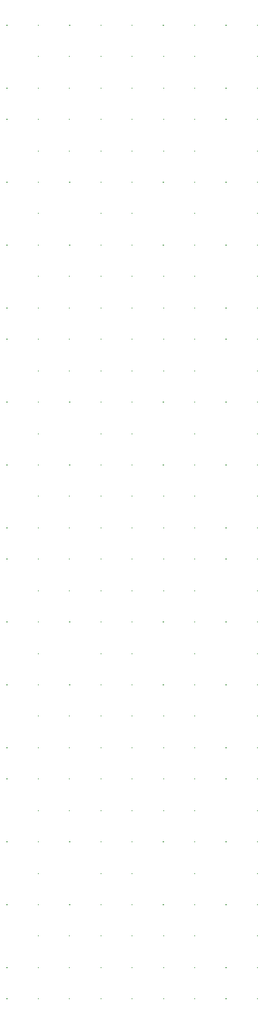
<source format=gbr>
%TF.GenerationSoftware,KiCad,Pcbnew,8.0.1*%
%TF.CreationDate,2024-04-01T01:15:32-04:00*%
%TF.ProjectId,MicrocontrollerInputModule,4d696372-6f63-46f6-9e74-726f6c6c6572,V3.0*%
%TF.SameCoordinates,Original*%
%TF.FileFunction,Legend,Top*%
%TF.FilePolarity,Positive*%
%FSLAX46Y46*%
G04 Gerber Fmt 4.6, Leading zero omitted, Abs format (unit mm)*
G04 Created by KiCad (PCBNEW 8.0.1) date 2024-04-01 01:15:32*
%MOMM*%
%LPD*%
G01*
G04 APERTURE LIST*
%ADD10C,0.100000*%
%ADD11R,0.500000X0.500000*%
G04 APERTURE END LIST*
D10*
%TO.C,N260*%
X27594000Y13213000D02*
G75*
G02*
X27544000Y13213000I-25000J0D01*
G01*
X27544000Y13213000D02*
G75*
G02*
X27594000Y13213000I25000J0D01*
G01*
%TO.C,N203*%
X17325000Y33751000D02*
G75*
G02*
X17275000Y33751000I-25000J0D01*
G01*
X17275000Y33751000D02*
G75*
G02*
X17325000Y33751000I25000J0D01*
G01*
%TO.C,N99*%
X31017000Y74827000D02*
G75*
G02*
X30967000Y74827000I-25000J0D01*
G01*
X30967000Y74827000D02*
G75*
G02*
X31017000Y74827000I25000J0D01*
G01*
%TO.C,N43*%
X24171000Y95365000D02*
G75*
G02*
X24121000Y95365000I-25000J0D01*
G01*
X24121000Y95365000D02*
G75*
G02*
X24171000Y95365000I25000J0D01*
G01*
%TO.C,N255*%
X10479000Y13213000D02*
G75*
G02*
X10429000Y13213000I-25000J0D01*
G01*
X10429000Y13213000D02*
G75*
G02*
X10479000Y13213000I25000J0D01*
G01*
%TO.C,N208*%
X3633000Y30328000D02*
G75*
G02*
X3583000Y30328000I-25000J0D01*
G01*
X3583000Y30328000D02*
G75*
G02*
X3633000Y30328000I25000J0D01*
G01*
%TO.C,N132*%
X20748000Y61135000D02*
G75*
G02*
X20698000Y61135000I-25000J0D01*
G01*
X20698000Y61135000D02*
G75*
G02*
X20748000Y61135000I25000J0D01*
G01*
%TO.C,N112*%
X13902000Y67981000D02*
G75*
G02*
X13852000Y67981000I-25000J0D01*
G01*
X13852000Y67981000D02*
G75*
G02*
X13902000Y67981000I25000J0D01*
G01*
%TO.C,N140*%
X17325000Y57712000D02*
G75*
G02*
X17275000Y57712000I-25000J0D01*
G01*
X17275000Y57712000D02*
G75*
G02*
X17325000Y57712000I25000J0D01*
G01*
%TO.C,N108*%
X31017000Y71404000D02*
G75*
G02*
X30967000Y71404000I-25000J0D01*
G01*
X30967000Y71404000D02*
G75*
G02*
X31017000Y71404000I25000J0D01*
G01*
%TO.C,N149*%
X17325000Y54289000D02*
G75*
G02*
X17275000Y54289000I-25000J0D01*
G01*
X17275000Y54289000D02*
G75*
G02*
X17325000Y54289000I25000J0D01*
G01*
%TO.C,N57*%
X10479000Y88519000D02*
G75*
G02*
X10429000Y88519000I-25000J0D01*
G01*
X10429000Y88519000D02*
G75*
G02*
X10479000Y88519000I25000J0D01*
G01*
%TO.C,N180*%
X31017000Y44020000D02*
G75*
G02*
X30967000Y44020000I-25000J0D01*
G01*
X30967000Y44020000D02*
G75*
G02*
X31017000Y44020000I25000J0D01*
G01*
%TO.C,N156*%
X10479000Y50866000D02*
G75*
G02*
X10429000Y50866000I-25000J0D01*
G01*
X10429000Y50866000D02*
G75*
G02*
X10479000Y50866000I25000J0D01*
G01*
%TO.C,N155*%
X7056000Y50866000D02*
G75*
G02*
X7006000Y50866000I-25000J0D01*
G01*
X7006000Y50866000D02*
G75*
G02*
X7056000Y50866000I25000J0D01*
G01*
%TO.C,N240*%
X20748000Y20059000D02*
G75*
G02*
X20698000Y20059000I-25000J0D01*
G01*
X20698000Y20059000D02*
G75*
G02*
X20748000Y20059000I25000J0D01*
G01*
%TO.C,N122*%
X17325000Y64558000D02*
G75*
G02*
X17275000Y64558000I-25000J0D01*
G01*
X17275000Y64558000D02*
G75*
G02*
X17325000Y64558000I25000J0D01*
G01*
%TO.C,N278*%
X27594000Y6367000D02*
G75*
G02*
X27544000Y6367000I-25000J0D01*
G01*
X27544000Y6367000D02*
G75*
G02*
X27594000Y6367000I25000J0D01*
G01*
%TO.C,N234*%
X31017000Y23482000D02*
G75*
G02*
X30967000Y23482000I-25000J0D01*
G01*
X30967000Y23482000D02*
G75*
G02*
X31017000Y23482000I25000J0D01*
G01*
%TO.C,N280*%
X3633000Y2944000D02*
G75*
G02*
X3583000Y2944000I-25000J0D01*
G01*
X3583000Y2944000D02*
G75*
G02*
X3633000Y2944000I25000J0D01*
G01*
%TO.C,N56*%
X7056000Y88519000D02*
G75*
G02*
X7006000Y88519000I-25000J0D01*
G01*
X7006000Y88519000D02*
G75*
G02*
X7056000Y88519000I25000J0D01*
G01*
%TO.C,N230*%
X17325000Y23482000D02*
G75*
G02*
X17275000Y23482000I-25000J0D01*
G01*
X17275000Y23482000D02*
G75*
G02*
X17325000Y23482000I25000J0D01*
G01*
%TO.C,N215*%
X27594000Y30328000D02*
G75*
G02*
X27544000Y30328000I-25000J0D01*
G01*
X27544000Y30328000D02*
G75*
G02*
X27594000Y30328000I25000J0D01*
G01*
%TO.C,N239*%
X17325000Y20059000D02*
G75*
G02*
X17275000Y20059000I-25000J0D01*
G01*
X17275000Y20059000D02*
G75*
G02*
X17325000Y20059000I25000J0D01*
G01*
%TO.C,N141*%
X20748000Y57712000D02*
G75*
G02*
X20698000Y57712000I-25000J0D01*
G01*
X20698000Y57712000D02*
G75*
G02*
X20748000Y57712000I25000J0D01*
G01*
%TO.C,N111*%
X10479000Y67981000D02*
G75*
G02*
X10429000Y67981000I-25000J0D01*
G01*
X10429000Y67981000D02*
G75*
G02*
X10479000Y67981000I25000J0D01*
G01*
%TO.C,N288*%
X31017000Y2944000D02*
G75*
G02*
X30967000Y2944000I-25000J0D01*
G01*
X30967000Y2944000D02*
G75*
G02*
X31017000Y2944000I25000J0D01*
G01*
%TO.C,N42*%
X20748000Y95365000D02*
G75*
G02*
X20698000Y95365000I-25000J0D01*
G01*
X20698000Y95365000D02*
G75*
G02*
X20748000Y95365000I25000J0D01*
G01*
%TO.C,N146*%
X7056000Y54289000D02*
G75*
G02*
X7006000Y54289000I-25000J0D01*
G01*
X7006000Y54289000D02*
G75*
G02*
X7056000Y54289000I25000J0D01*
G01*
%TO.C,N220*%
X13902000Y26905000D02*
G75*
G02*
X13852000Y26905000I-25000J0D01*
G01*
X13852000Y26905000D02*
G75*
G02*
X13902000Y26905000I25000J0D01*
G01*
%TO.C,N35*%
X27594000Y98788000D02*
G75*
G02*
X27544000Y98788000I-25000J0D01*
G01*
X27544000Y98788000D02*
G75*
G02*
X27594000Y98788000I25000J0D01*
G01*
%TO.C,N204*%
X20748000Y33751000D02*
G75*
G02*
X20698000Y33751000I-25000J0D01*
G01*
X20698000Y33751000D02*
G75*
G02*
X20748000Y33751000I25000J0D01*
G01*
%TO.C,N101*%
X7056000Y71404000D02*
G75*
G02*
X7006000Y71404000I-25000J0D01*
G01*
X7006000Y71404000D02*
G75*
G02*
X7056000Y71404000I25000J0D01*
G01*
%TO.C,N88*%
X24171000Y78250000D02*
G75*
G02*
X24121000Y78250000I-25000J0D01*
G01*
X24121000Y78250000D02*
G75*
G02*
X24171000Y78250000I25000J0D01*
G01*
%TO.C,N283*%
X13902000Y2944000D02*
G75*
G02*
X13852000Y2944000I-25000J0D01*
G01*
X13852000Y2944000D02*
G75*
G02*
X13902000Y2944000I25000J0D01*
G01*
%TO.C,N120*%
X10479000Y64558000D02*
G75*
G02*
X10429000Y64558000I-25000J0D01*
G01*
X10429000Y64558000D02*
G75*
G02*
X10479000Y64558000I25000J0D01*
G01*
%TO.C,N274*%
X13902000Y6367000D02*
G75*
G02*
X13852000Y6367000I-25000J0D01*
G01*
X13852000Y6367000D02*
G75*
G02*
X13902000Y6367000I25000J0D01*
G01*
%TO.C,N282*%
X10479000Y2944000D02*
G75*
G02*
X10429000Y2944000I-25000J0D01*
G01*
X10429000Y2944000D02*
G75*
G02*
X10479000Y2944000I25000J0D01*
G01*
%TO.C,N82*%
X3633000Y78250000D02*
G75*
G02*
X3583000Y78250000I-25000J0D01*
G01*
X3583000Y78250000D02*
G75*
G02*
X3633000Y78250000I25000J0D01*
G01*
%TO.C,N250*%
X24171000Y16636000D02*
G75*
G02*
X24121000Y16636000I-25000J0D01*
G01*
X24121000Y16636000D02*
G75*
G02*
X24171000Y16636000I25000J0D01*
G01*
%TO.C,N160*%
X24171000Y50866000D02*
G75*
G02*
X24121000Y50866000I-25000J0D01*
G01*
X24121000Y50866000D02*
G75*
G02*
X24171000Y50866000I25000J0D01*
G01*
%TO.C,N29*%
X7056000Y98788000D02*
G75*
G02*
X7006000Y98788000I-25000J0D01*
G01*
X7006000Y98788000D02*
G75*
G02*
X7056000Y98788000I25000J0D01*
G01*
%TO.C,N258*%
X20748000Y13213000D02*
G75*
G02*
X20698000Y13213000I-25000J0D01*
G01*
X20698000Y13213000D02*
G75*
G02*
X20748000Y13213000I25000J0D01*
G01*
%TO.C,N72*%
X31017000Y85096000D02*
G75*
G02*
X30967000Y85096000I-25000J0D01*
G01*
X30967000Y85096000D02*
G75*
G02*
X31017000Y85096000I25000J0D01*
G01*
%TO.C,N221*%
X17325000Y26905000D02*
G75*
G02*
X17275000Y26905000I-25000J0D01*
G01*
X17275000Y26905000D02*
G75*
G02*
X17325000Y26905000I25000J0D01*
G01*
%TO.C,N137*%
X7056000Y57712000D02*
G75*
G02*
X7006000Y57712000I-25000J0D01*
G01*
X7006000Y57712000D02*
G75*
G02*
X7056000Y57712000I25000J0D01*
G01*
%TO.C,N157*%
X13902000Y50866000D02*
G75*
G02*
X13852000Y50866000I-25000J0D01*
G01*
X13852000Y50866000D02*
G75*
G02*
X13902000Y50866000I25000J0D01*
G01*
%TO.C,N119*%
X7056000Y64558000D02*
G75*
G02*
X7006000Y64558000I-25000J0D01*
G01*
X7006000Y64558000D02*
G75*
G02*
X7056000Y64558000I25000J0D01*
G01*
%TO.C,N3*%
X10479000Y109057000D02*
G75*
G02*
X10429000Y109057000I-25000J0D01*
G01*
X10429000Y109057000D02*
G75*
G02*
X10479000Y109057000I25000J0D01*
G01*
%TO.C,N224*%
X27594000Y26905000D02*
G75*
G02*
X27544000Y26905000I-25000J0D01*
G01*
X27544000Y26905000D02*
G75*
G02*
X27594000Y26905000I25000J0D01*
G01*
%TO.C,N102*%
X10479000Y71404000D02*
G75*
G02*
X10429000Y71404000I-25000J0D01*
G01*
X10429000Y71404000D02*
G75*
G02*
X10479000Y71404000I25000J0D01*
G01*
%TO.C,N136*%
X3633000Y57712000D02*
G75*
G02*
X3583000Y57712000I-25000J0D01*
G01*
X3583000Y57712000D02*
G75*
G02*
X3633000Y57712000I25000J0D01*
G01*
%TO.C,N209*%
X7056000Y30328000D02*
G75*
G02*
X7006000Y30328000I-25000J0D01*
G01*
X7006000Y30328000D02*
G75*
G02*
X7056000Y30328000I25000J0D01*
G01*
%TO.C,N77*%
X17325000Y81673000D02*
G75*
G02*
X17275000Y81673000I-25000J0D01*
G01*
X17275000Y81673000D02*
G75*
G02*
X17325000Y81673000I25000J0D01*
G01*
%TO.C,N177*%
X20748000Y44020000D02*
G75*
G02*
X20698000Y44020000I-25000J0D01*
G01*
X20698000Y44020000D02*
G75*
G02*
X20748000Y44020000I25000J0D01*
G01*
%TO.C,N248*%
X17325000Y16636000D02*
G75*
G02*
X17275000Y16636000I-25000J0D01*
G01*
X17275000Y16636000D02*
G75*
G02*
X17325000Y16636000I25000J0D01*
G01*
%TO.C,N129*%
X10479000Y61135000D02*
G75*
G02*
X10429000Y61135000I-25000J0D01*
G01*
X10429000Y61135000D02*
G75*
G02*
X10479000Y61135000I25000J0D01*
G01*
%TO.C,N117*%
X31017000Y67981000D02*
G75*
G02*
X30967000Y67981000I-25000J0D01*
G01*
X30967000Y67981000D02*
G75*
G02*
X31017000Y67981000I25000J0D01*
G01*
%TO.C,N5*%
X17325000Y109057000D02*
G75*
G02*
X17275000Y109057000I-25000J0D01*
G01*
X17275000Y109057000D02*
G75*
G02*
X17325000Y109057000I25000J0D01*
G01*
%TO.C,N190*%
X3633000Y37174000D02*
G75*
G02*
X3583000Y37174000I-25000J0D01*
G01*
X3583000Y37174000D02*
G75*
G02*
X3633000Y37174000I25000J0D01*
G01*
%TO.C,N90*%
X31017000Y78250000D02*
G75*
G02*
X30967000Y78250000I-25000J0D01*
G01*
X30967000Y78250000D02*
G75*
G02*
X31017000Y78250000I25000J0D01*
G01*
%TO.C,N235*%
X3633000Y20059000D02*
G75*
G02*
X3583000Y20059000I-25000J0D01*
G01*
X3583000Y20059000D02*
G75*
G02*
X3633000Y20059000I25000J0D01*
G01*
%TO.C,N153*%
X31017000Y54289000D02*
G75*
G02*
X30967000Y54289000I-25000J0D01*
G01*
X30967000Y54289000D02*
G75*
G02*
X31017000Y54289000I25000J0D01*
G01*
%TO.C,N128*%
X7056000Y61135000D02*
G75*
G02*
X7006000Y61135000I-25000J0D01*
G01*
X7006000Y61135000D02*
G75*
G02*
X7056000Y61135000I25000J0D01*
G01*
%TO.C,N139*%
X13902000Y57712000D02*
G75*
G02*
X13852000Y57712000I-25000J0D01*
G01*
X13852000Y57712000D02*
G75*
G02*
X13902000Y57712000I25000J0D01*
G01*
%TO.C,N187*%
X24171000Y40597000D02*
G75*
G02*
X24121000Y40597000I-25000J0D01*
G01*
X24121000Y40597000D02*
G75*
G02*
X24171000Y40597000I25000J0D01*
G01*
%TO.C,N287*%
X27594000Y2944000D02*
G75*
G02*
X27544000Y2944000I-25000J0D01*
G01*
X27544000Y2944000D02*
G75*
G02*
X27594000Y2944000I25000J0D01*
G01*
%TO.C,N100*%
X3633000Y71404000D02*
G75*
G02*
X3583000Y71404000I-25000J0D01*
G01*
X3583000Y71404000D02*
G75*
G02*
X3633000Y71404000I25000J0D01*
G01*
%TO.C,N201*%
X10479000Y33751000D02*
G75*
G02*
X10429000Y33751000I-25000J0D01*
G01*
X10429000Y33751000D02*
G75*
G02*
X10479000Y33751000I25000J0D01*
G01*
%TO.C,N95*%
X17325000Y74827000D02*
G75*
G02*
X17275000Y74827000I-25000J0D01*
G01*
X17275000Y74827000D02*
G75*
G02*
X17325000Y74827000I25000J0D01*
G01*
%TO.C,N267*%
X20748000Y9790000D02*
G75*
G02*
X20698000Y9790000I-25000J0D01*
G01*
X20698000Y9790000D02*
G75*
G02*
X20748000Y9790000I25000J0D01*
G01*
%TO.C,N172*%
X3633000Y44020000D02*
G75*
G02*
X3583000Y44020000I-25000J0D01*
G01*
X3583000Y44020000D02*
G75*
G02*
X3633000Y44020000I25000J0D01*
G01*
%TO.C,N23*%
X17325000Y102211000D02*
G75*
G02*
X17275000Y102211000I-25000J0D01*
G01*
X17275000Y102211000D02*
G75*
G02*
X17325000Y102211000I25000J0D01*
G01*
%TO.C,N81*%
X31017000Y81673000D02*
G75*
G02*
X30967000Y81673000I-25000J0D01*
G01*
X30967000Y81673000D02*
G75*
G02*
X31017000Y81673000I25000J0D01*
G01*
%TO.C,N92*%
X7056000Y74827000D02*
G75*
G02*
X7006000Y74827000I-25000J0D01*
G01*
X7006000Y74827000D02*
G75*
G02*
X7056000Y74827000I25000J0D01*
G01*
%TO.C,N231*%
X20748000Y23482000D02*
G75*
G02*
X20698000Y23482000I-25000J0D01*
G01*
X20698000Y23482000D02*
G75*
G02*
X20748000Y23482000I25000J0D01*
G01*
%TO.C,N50*%
X17325000Y91942000D02*
G75*
G02*
X17275000Y91942000I-25000J0D01*
G01*
X17275000Y91942000D02*
G75*
G02*
X17325000Y91942000I25000J0D01*
G01*
%TO.C,N70*%
X24171000Y85096000D02*
G75*
G02*
X24121000Y85096000I-25000J0D01*
G01*
X24121000Y85096000D02*
G75*
G02*
X24171000Y85096000I25000J0D01*
G01*
%TO.C,N32*%
X17325000Y98788000D02*
G75*
G02*
X17275000Y98788000I-25000J0D01*
G01*
X17275000Y98788000D02*
G75*
G02*
X17325000Y98788000I25000J0D01*
G01*
%TO.C,N103*%
X13902000Y71404000D02*
G75*
G02*
X13852000Y71404000I-25000J0D01*
G01*
X13852000Y71404000D02*
G75*
G02*
X13902000Y71404000I25000J0D01*
G01*
%TO.C,N184*%
X13902000Y40597000D02*
G75*
G02*
X13852000Y40597000I-25000J0D01*
G01*
X13852000Y40597000D02*
G75*
G02*
X13902000Y40597000I25000J0D01*
G01*
%TO.C,N10*%
X3633000Y105634000D02*
G75*
G02*
X3583000Y105634000I-25000J0D01*
G01*
X3583000Y105634000D02*
G75*
G02*
X3633000Y105634000I25000J0D01*
G01*
%TO.C,N83*%
X7056000Y78250000D02*
G75*
G02*
X7006000Y78250000I-25000J0D01*
G01*
X7006000Y78250000D02*
G75*
G02*
X7056000Y78250000I25000J0D01*
G01*
%TO.C,N191*%
X7056000Y37174000D02*
G75*
G02*
X7006000Y37174000I-25000J0D01*
G01*
X7006000Y37174000D02*
G75*
G02*
X7056000Y37174000I25000J0D01*
G01*
%TO.C,N233*%
X27594000Y23482000D02*
G75*
G02*
X27544000Y23482000I-25000J0D01*
G01*
X27544000Y23482000D02*
G75*
G02*
X27594000Y23482000I25000J0D01*
G01*
%TO.C,N85*%
X13902000Y78250000D02*
G75*
G02*
X13852000Y78250000I-25000J0D01*
G01*
X13852000Y78250000D02*
G75*
G02*
X13902000Y78250000I25000J0D01*
G01*
%TO.C,N264*%
X10479000Y9790000D02*
G75*
G02*
X10429000Y9790000I-25000J0D01*
G01*
X10429000Y9790000D02*
G75*
G02*
X10479000Y9790000I25000J0D01*
G01*
%TO.C,N207*%
X31017000Y33751000D02*
G75*
G02*
X30967000Y33751000I-25000J0D01*
G01*
X30967000Y33751000D02*
G75*
G02*
X31017000Y33751000I25000J0D01*
G01*
%TO.C,N54*%
X31017000Y91942000D02*
G75*
G02*
X30967000Y91942000I-25000J0D01*
G01*
X30967000Y91942000D02*
G75*
G02*
X31017000Y91942000I25000J0D01*
G01*
%TO.C,N148*%
X13902000Y54289000D02*
G75*
G02*
X13852000Y54289000I-25000J0D01*
G01*
X13852000Y54289000D02*
G75*
G02*
X13902000Y54289000I25000J0D01*
G01*
%TO.C,N138*%
X10479000Y57712000D02*
G75*
G02*
X10429000Y57712000I-25000J0D01*
G01*
X10429000Y57712000D02*
G75*
G02*
X10479000Y57712000I25000J0D01*
G01*
%TO.C,N229*%
X13902000Y23482000D02*
G75*
G02*
X13852000Y23482000I-25000J0D01*
G01*
X13852000Y23482000D02*
G75*
G02*
X13902000Y23482000I25000J0D01*
G01*
%TO.C,N168*%
X20748000Y47443000D02*
G75*
G02*
X20698000Y47443000I-25000J0D01*
G01*
X20698000Y47443000D02*
G75*
G02*
X20748000Y47443000I25000J0D01*
G01*
%TO.C,N96*%
X20748000Y74827000D02*
G75*
G02*
X20698000Y74827000I-25000J0D01*
G01*
X20698000Y74827000D02*
G75*
G02*
X20748000Y74827000I25000J0D01*
G01*
%TO.C,N227*%
X7056000Y23482000D02*
G75*
G02*
X7006000Y23482000I-25000J0D01*
G01*
X7006000Y23482000D02*
G75*
G02*
X7056000Y23482000I25000J0D01*
G01*
%TO.C,N249*%
X20748000Y16636000D02*
G75*
G02*
X20698000Y16636000I-25000J0D01*
G01*
X20698000Y16636000D02*
G75*
G02*
X20748000Y16636000I25000J0D01*
G01*
%TO.C,N271*%
X3633000Y6367000D02*
G75*
G02*
X3583000Y6367000I-25000J0D01*
G01*
X3583000Y6367000D02*
G75*
G02*
X3633000Y6367000I25000J0D01*
G01*
%TO.C,N86*%
X17325000Y78250000D02*
G75*
G02*
X17275000Y78250000I-25000J0D01*
G01*
X17275000Y78250000D02*
G75*
G02*
X17325000Y78250000I25000J0D01*
G01*
%TO.C,N178*%
X24171000Y44020000D02*
G75*
G02*
X24121000Y44020000I-25000J0D01*
G01*
X24121000Y44020000D02*
G75*
G02*
X24171000Y44020000I25000J0D01*
G01*
%TO.C,N219*%
X10479000Y26905000D02*
G75*
G02*
X10429000Y26905000I-25000J0D01*
G01*
X10429000Y26905000D02*
G75*
G02*
X10479000Y26905000I25000J0D01*
G01*
%TO.C,N41*%
X17325000Y95365000D02*
G75*
G02*
X17275000Y95365000I-25000J0D01*
G01*
X17275000Y95365000D02*
G75*
G02*
X17325000Y95365000I25000J0D01*
G01*
%TO.C,N236*%
X7056000Y20059000D02*
G75*
G02*
X7006000Y20059000I-25000J0D01*
G01*
X7006000Y20059000D02*
G75*
G02*
X7056000Y20059000I25000J0D01*
G01*
%TO.C,N13*%
X13902000Y105634000D02*
G75*
G02*
X13852000Y105634000I-25000J0D01*
G01*
X13852000Y105634000D02*
G75*
G02*
X13902000Y105634000I25000J0D01*
G01*
%TO.C,N167*%
X17325000Y47443000D02*
G75*
G02*
X17275000Y47443000I-25000J0D01*
G01*
X17275000Y47443000D02*
G75*
G02*
X17325000Y47443000I25000J0D01*
G01*
%TO.C,N218*%
X7056000Y26905000D02*
G75*
G02*
X7006000Y26905000I-25000J0D01*
G01*
X7006000Y26905000D02*
G75*
G02*
X7056000Y26905000I25000J0D01*
G01*
%TO.C,N169*%
X24171000Y47443000D02*
G75*
G02*
X24121000Y47443000I-25000J0D01*
G01*
X24121000Y47443000D02*
G75*
G02*
X24171000Y47443000I25000J0D01*
G01*
%TO.C,N246*%
X10479000Y16636000D02*
G75*
G02*
X10429000Y16636000I-25000J0D01*
G01*
X10429000Y16636000D02*
G75*
G02*
X10479000Y16636000I25000J0D01*
G01*
%TO.C,N171*%
X31017000Y47443000D02*
G75*
G02*
X30967000Y47443000I-25000J0D01*
G01*
X30967000Y47443000D02*
G75*
G02*
X31017000Y47443000I25000J0D01*
G01*
%TO.C,N6*%
X20748000Y109057000D02*
G75*
G02*
X20698000Y109057000I-25000J0D01*
G01*
X20698000Y109057000D02*
G75*
G02*
X20748000Y109057000I25000J0D01*
G01*
%TO.C,N276*%
X20748000Y6367000D02*
G75*
G02*
X20698000Y6367000I-25000J0D01*
G01*
X20698000Y6367000D02*
G75*
G02*
X20748000Y6367000I25000J0D01*
G01*
%TO.C,N185*%
X17325000Y40597000D02*
G75*
G02*
X17275000Y40597000I-25000J0D01*
G01*
X17275000Y40597000D02*
G75*
G02*
X17325000Y40597000I25000J0D01*
G01*
%TO.C,N164*%
X7056000Y47443000D02*
G75*
G02*
X7006000Y47443000I-25000J0D01*
G01*
X7006000Y47443000D02*
G75*
G02*
X7056000Y47443000I25000J0D01*
G01*
%TO.C,N270*%
X31017000Y9790000D02*
G75*
G02*
X30967000Y9790000I-25000J0D01*
G01*
X30967000Y9790000D02*
G75*
G02*
X31017000Y9790000I25000J0D01*
G01*
%TO.C,N151*%
X24171000Y54289000D02*
G75*
G02*
X24121000Y54289000I-25000J0D01*
G01*
X24121000Y54289000D02*
G75*
G02*
X24171000Y54289000I25000J0D01*
G01*
%TO.C,N285*%
X20748000Y2944000D02*
G75*
G02*
X20698000Y2944000I-25000J0D01*
G01*
X20698000Y2944000D02*
G75*
G02*
X20748000Y2944000I25000J0D01*
G01*
%TO.C,N223*%
X24171000Y26905000D02*
G75*
G02*
X24121000Y26905000I-25000J0D01*
G01*
X24121000Y26905000D02*
G75*
G02*
X24171000Y26905000I25000J0D01*
G01*
%TO.C,N262*%
X3633000Y9790000D02*
G75*
G02*
X3583000Y9790000I-25000J0D01*
G01*
X3583000Y9790000D02*
G75*
G02*
X3633000Y9790000I25000J0D01*
G01*
%TO.C,N33*%
X20748000Y98788000D02*
G75*
G02*
X20698000Y98788000I-25000J0D01*
G01*
X20698000Y98788000D02*
G75*
G02*
X20748000Y98788000I25000J0D01*
G01*
%TO.C,N46*%
X3633000Y91942000D02*
G75*
G02*
X3583000Y91942000I-25000J0D01*
G01*
X3583000Y91942000D02*
G75*
G02*
X3633000Y91942000I25000J0D01*
G01*
%TO.C,N16*%
X24171000Y105634000D02*
G75*
G02*
X24121000Y105634000I-25000J0D01*
G01*
X24121000Y105634000D02*
G75*
G02*
X24171000Y105634000I25000J0D01*
G01*
%TO.C,N165*%
X10479000Y47443000D02*
G75*
G02*
X10429000Y47443000I-25000J0D01*
G01*
X10429000Y47443000D02*
G75*
G02*
X10479000Y47443000I25000J0D01*
G01*
%TO.C,N197*%
X27594000Y37174000D02*
G75*
G02*
X27544000Y37174000I-25000J0D01*
G01*
X27544000Y37174000D02*
G75*
G02*
X27594000Y37174000I25000J0D01*
G01*
%TO.C,N159*%
X20748000Y50866000D02*
G75*
G02*
X20698000Y50866000I-25000J0D01*
G01*
X20698000Y50866000D02*
G75*
G02*
X20748000Y50866000I25000J0D01*
G01*
%TO.C,N24*%
X20748000Y102211000D02*
G75*
G02*
X20698000Y102211000I-25000J0D01*
G01*
X20698000Y102211000D02*
G75*
G02*
X20748000Y102211000I25000J0D01*
G01*
%TO.C,N142*%
X24171000Y57712000D02*
G75*
G02*
X24121000Y57712000I-25000J0D01*
G01*
X24121000Y57712000D02*
G75*
G02*
X24171000Y57712000I25000J0D01*
G01*
%TO.C,N65*%
X7056000Y85096000D02*
G75*
G02*
X7006000Y85096000I-25000J0D01*
G01*
X7006000Y85096000D02*
G75*
G02*
X7056000Y85096000I25000J0D01*
G01*
%TO.C,N206*%
X27594000Y33751000D02*
G75*
G02*
X27544000Y33751000I-25000J0D01*
G01*
X27544000Y33751000D02*
G75*
G02*
X27594000Y33751000I25000J0D01*
G01*
%TO.C,N225*%
X31017000Y26905000D02*
G75*
G02*
X30967000Y26905000I-25000J0D01*
G01*
X30967000Y26905000D02*
G75*
G02*
X31017000Y26905000I25000J0D01*
G01*
%TO.C,N114*%
X20748000Y67981000D02*
G75*
G02*
X20698000Y67981000I-25000J0D01*
G01*
X20698000Y67981000D02*
G75*
G02*
X20748000Y67981000I25000J0D01*
G01*
%TO.C,N53*%
X27594000Y91942000D02*
G75*
G02*
X27544000Y91942000I-25000J0D01*
G01*
X27544000Y91942000D02*
G75*
G02*
X27594000Y91942000I25000J0D01*
G01*
%TO.C,N66*%
X10479000Y85096000D02*
G75*
G02*
X10429000Y85096000I-25000J0D01*
G01*
X10429000Y85096000D02*
G75*
G02*
X10479000Y85096000I25000J0D01*
G01*
%TO.C,N272*%
X7056000Y6367000D02*
G75*
G02*
X7006000Y6367000I-25000J0D01*
G01*
X7006000Y6367000D02*
G75*
G02*
X7056000Y6367000I25000J0D01*
G01*
%TO.C,N30*%
X10479000Y98788000D02*
G75*
G02*
X10429000Y98788000I-25000J0D01*
G01*
X10429000Y98788000D02*
G75*
G02*
X10479000Y98788000I25000J0D01*
G01*
%TO.C,N174*%
X10479000Y44020000D02*
G75*
G02*
X10429000Y44020000I-25000J0D01*
G01*
X10429000Y44020000D02*
G75*
G02*
X10479000Y44020000I25000J0D01*
G01*
%TO.C,N133*%
X24171000Y61135000D02*
G75*
G02*
X24121000Y61135000I-25000J0D01*
G01*
X24121000Y61135000D02*
G75*
G02*
X24171000Y61135000I25000J0D01*
G01*
%TO.C,N93*%
X10479000Y74827000D02*
G75*
G02*
X10429000Y74827000I-25000J0D01*
G01*
X10429000Y74827000D02*
G75*
G02*
X10479000Y74827000I25000J0D01*
G01*
%TO.C,N134*%
X27594000Y61135000D02*
G75*
G02*
X27544000Y61135000I-25000J0D01*
G01*
X27544000Y61135000D02*
G75*
G02*
X27594000Y61135000I25000J0D01*
G01*
%TO.C,N232*%
X24171000Y23482000D02*
G75*
G02*
X24121000Y23482000I-25000J0D01*
G01*
X24121000Y23482000D02*
G75*
G02*
X24171000Y23482000I25000J0D01*
G01*
%TO.C,N22*%
X13902000Y102211000D02*
G75*
G02*
X13852000Y102211000I-25000J0D01*
G01*
X13852000Y102211000D02*
G75*
G02*
X13902000Y102211000I25000J0D01*
G01*
%TO.C,N266*%
X17325000Y9790000D02*
G75*
G02*
X17275000Y9790000I-25000J0D01*
G01*
X17275000Y9790000D02*
G75*
G02*
X17325000Y9790000I25000J0D01*
G01*
%TO.C,N105*%
X20748000Y71404000D02*
G75*
G02*
X20698000Y71404000I-25000J0D01*
G01*
X20698000Y71404000D02*
G75*
G02*
X20748000Y71404000I25000J0D01*
G01*
%TO.C,N124*%
X24171000Y64558000D02*
G75*
G02*
X24121000Y64558000I-25000J0D01*
G01*
X24121000Y64558000D02*
G75*
G02*
X24171000Y64558000I25000J0D01*
G01*
%TO.C,N130*%
X13902000Y61135000D02*
G75*
G02*
X13852000Y61135000I-25000J0D01*
G01*
X13852000Y61135000D02*
G75*
G02*
X13902000Y61135000I25000J0D01*
G01*
%TO.C,N210*%
X10479000Y30328000D02*
G75*
G02*
X10429000Y30328000I-25000J0D01*
G01*
X10429000Y30328000D02*
G75*
G02*
X10479000Y30328000I25000J0D01*
G01*
%TO.C,N17*%
X27594000Y105634000D02*
G75*
G02*
X27544000Y105634000I-25000J0D01*
G01*
X27544000Y105634000D02*
G75*
G02*
X27594000Y105634000I25000J0D01*
G01*
%TO.C,N116*%
X27594000Y67981000D02*
G75*
G02*
X27544000Y67981000I-25000J0D01*
G01*
X27544000Y67981000D02*
G75*
G02*
X27594000Y67981000I25000J0D01*
G01*
%TO.C,N269*%
X27594000Y9790000D02*
G75*
G02*
X27544000Y9790000I-25000J0D01*
G01*
X27544000Y9790000D02*
G75*
G02*
X27594000Y9790000I25000J0D01*
G01*
%TO.C,N193*%
X13902000Y37174000D02*
G75*
G02*
X13852000Y37174000I-25000J0D01*
G01*
X13852000Y37174000D02*
G75*
G02*
X13902000Y37174000I25000J0D01*
G01*
%TO.C,N257*%
X17325000Y13213000D02*
G75*
G02*
X17275000Y13213000I-25000J0D01*
G01*
X17275000Y13213000D02*
G75*
G02*
X17325000Y13213000I25000J0D01*
G01*
%TO.C,N11*%
X7056000Y105634000D02*
G75*
G02*
X7006000Y105634000I-25000J0D01*
G01*
X7006000Y105634000D02*
G75*
G02*
X7056000Y105634000I25000J0D01*
G01*
%TO.C,N55*%
X3633000Y88519000D02*
G75*
G02*
X3583000Y88519000I-25000J0D01*
G01*
X3583000Y88519000D02*
G75*
G02*
X3633000Y88519000I25000J0D01*
G01*
%TO.C,N189*%
X31017000Y40597000D02*
G75*
G02*
X30967000Y40597000I-25000J0D01*
G01*
X30967000Y40597000D02*
G75*
G02*
X31017000Y40597000I25000J0D01*
G01*
%TO.C,N79*%
X24171000Y81673000D02*
G75*
G02*
X24121000Y81673000I-25000J0D01*
G01*
X24121000Y81673000D02*
G75*
G02*
X24171000Y81673000I25000J0D01*
G01*
%TO.C,N1*%
X3633000Y109057000D02*
G75*
G02*
X3583000Y109057000I-25000J0D01*
G01*
X3583000Y109057000D02*
G75*
G02*
X3633000Y109057000I25000J0D01*
G01*
%TO.C,N39*%
X10479000Y95365000D02*
G75*
G02*
X10429000Y95365000I-25000J0D01*
G01*
X10429000Y95365000D02*
G75*
G02*
X10479000Y95365000I25000J0D01*
G01*
%TO.C,N45*%
X31017000Y95365000D02*
G75*
G02*
X30967000Y95365000I-25000J0D01*
G01*
X30967000Y95365000D02*
G75*
G02*
X31017000Y95365000I25000J0D01*
G01*
%TO.C,N256*%
X13902000Y13213000D02*
G75*
G02*
X13852000Y13213000I-25000J0D01*
G01*
X13852000Y13213000D02*
G75*
G02*
X13902000Y13213000I25000J0D01*
G01*
%TO.C,N89*%
X27594000Y78250000D02*
G75*
G02*
X27544000Y78250000I-25000J0D01*
G01*
X27544000Y78250000D02*
G75*
G02*
X27594000Y78250000I25000J0D01*
G01*
%TO.C,N237*%
X10479000Y20059000D02*
G75*
G02*
X10429000Y20059000I-25000J0D01*
G01*
X10429000Y20059000D02*
G75*
G02*
X10479000Y20059000I25000J0D01*
G01*
%TO.C,N68*%
X17325000Y85096000D02*
G75*
G02*
X17275000Y85096000I-25000J0D01*
G01*
X17275000Y85096000D02*
G75*
G02*
X17325000Y85096000I25000J0D01*
G01*
%TO.C,N84*%
X10479000Y78250000D02*
G75*
G02*
X10429000Y78250000I-25000J0D01*
G01*
X10429000Y78250000D02*
G75*
G02*
X10479000Y78250000I25000J0D01*
G01*
%TO.C,N36*%
X31017000Y98788000D02*
G75*
G02*
X30967000Y98788000I-25000J0D01*
G01*
X30967000Y98788000D02*
G75*
G02*
X31017000Y98788000I25000J0D01*
G01*
%TO.C,N63*%
X31017000Y88519000D02*
G75*
G02*
X30967000Y88519000I-25000J0D01*
G01*
X30967000Y88519000D02*
G75*
G02*
X31017000Y88519000I25000J0D01*
G01*
%TO.C,N213*%
X20748000Y30328000D02*
G75*
G02*
X20698000Y30328000I-25000J0D01*
G01*
X20698000Y30328000D02*
G75*
G02*
X20748000Y30328000I25000J0D01*
G01*
%TO.C,N113*%
X17325000Y67981000D02*
G75*
G02*
X17275000Y67981000I-25000J0D01*
G01*
X17275000Y67981000D02*
G75*
G02*
X17325000Y67981000I25000J0D01*
G01*
%TO.C,N162*%
X31017000Y50866000D02*
G75*
G02*
X30967000Y50866000I-25000J0D01*
G01*
X30967000Y50866000D02*
G75*
G02*
X31017000Y50866000I25000J0D01*
G01*
%TO.C,N175*%
X13902000Y44020000D02*
G75*
G02*
X13852000Y44020000I-25000J0D01*
G01*
X13852000Y44020000D02*
G75*
G02*
X13902000Y44020000I25000J0D01*
G01*
%TO.C,N238*%
X13902000Y20059000D02*
G75*
G02*
X13852000Y20059000I-25000J0D01*
G01*
X13852000Y20059000D02*
G75*
G02*
X13902000Y20059000I25000J0D01*
G01*
%TO.C,N205*%
X24171000Y33751000D02*
G75*
G02*
X24121000Y33751000I-25000J0D01*
G01*
X24121000Y33751000D02*
G75*
G02*
X24171000Y33751000I25000J0D01*
G01*
%TO.C,N69*%
X20748000Y85096000D02*
G75*
G02*
X20698000Y85096000I-25000J0D01*
G01*
X20698000Y85096000D02*
G75*
G02*
X20748000Y85096000I25000J0D01*
G01*
%TO.C,N34*%
X24171000Y98788000D02*
G75*
G02*
X24121000Y98788000I-25000J0D01*
G01*
X24121000Y98788000D02*
G75*
G02*
X24171000Y98788000I25000J0D01*
G01*
%TO.C,N181*%
X3633000Y40597000D02*
G75*
G02*
X3583000Y40597000I-25000J0D01*
G01*
X3583000Y40597000D02*
G75*
G02*
X3633000Y40597000I25000J0D01*
G01*
%TO.C,N145*%
X3633000Y54289000D02*
G75*
G02*
X3583000Y54289000I-25000J0D01*
G01*
X3583000Y54289000D02*
G75*
G02*
X3633000Y54289000I25000J0D01*
G01*
%TO.C,N91*%
X3633000Y74827000D02*
G75*
G02*
X3583000Y74827000I-25000J0D01*
G01*
X3583000Y74827000D02*
G75*
G02*
X3633000Y74827000I25000J0D01*
G01*
%TO.C,N214*%
X24171000Y30328000D02*
G75*
G02*
X24121000Y30328000I-25000J0D01*
G01*
X24121000Y30328000D02*
G75*
G02*
X24171000Y30328000I25000J0D01*
G01*
%TO.C,N241*%
X24171000Y20059000D02*
G75*
G02*
X24121000Y20059000I-25000J0D01*
G01*
X24121000Y20059000D02*
G75*
G02*
X24171000Y20059000I25000J0D01*
G01*
%TO.C,N279*%
X31017000Y6367000D02*
G75*
G02*
X30967000Y6367000I-25000J0D01*
G01*
X30967000Y6367000D02*
G75*
G02*
X31017000Y6367000I25000J0D01*
G01*
%TO.C,N251*%
X27594000Y16636000D02*
G75*
G02*
X27544000Y16636000I-25000J0D01*
G01*
X27544000Y16636000D02*
G75*
G02*
X27594000Y16636000I25000J0D01*
G01*
%TO.C,N143*%
X27594000Y57712000D02*
G75*
G02*
X27544000Y57712000I-25000J0D01*
G01*
X27544000Y57712000D02*
G75*
G02*
X27594000Y57712000I25000J0D01*
G01*
%TO.C,N47*%
X7056000Y91942000D02*
G75*
G02*
X7006000Y91942000I-25000J0D01*
G01*
X7006000Y91942000D02*
G75*
G02*
X7056000Y91942000I25000J0D01*
G01*
%TO.C,N71*%
X27594000Y85096000D02*
G75*
G02*
X27544000Y85096000I-25000J0D01*
G01*
X27544000Y85096000D02*
G75*
G02*
X27594000Y85096000I25000J0D01*
G01*
%TO.C,N226*%
X3633000Y23482000D02*
G75*
G02*
X3583000Y23482000I-25000J0D01*
G01*
X3583000Y23482000D02*
G75*
G02*
X3633000Y23482000I25000J0D01*
G01*
%TO.C,N26*%
X27594000Y102211000D02*
G75*
G02*
X27544000Y102211000I-25000J0D01*
G01*
X27544000Y102211000D02*
G75*
G02*
X27594000Y102211000I25000J0D01*
G01*
%TO.C,N58*%
X13902000Y88519000D02*
G75*
G02*
X13852000Y88519000I-25000J0D01*
G01*
X13852000Y88519000D02*
G75*
G02*
X13902000Y88519000I25000J0D01*
G01*
%TO.C,N245*%
X7056000Y16636000D02*
G75*
G02*
X7006000Y16636000I-25000J0D01*
G01*
X7006000Y16636000D02*
G75*
G02*
X7056000Y16636000I25000J0D01*
G01*
%TO.C,N244*%
X3633000Y16636000D02*
G75*
G02*
X3583000Y16636000I-25000J0D01*
G01*
X3583000Y16636000D02*
G75*
G02*
X3633000Y16636000I25000J0D01*
G01*
%TO.C,N200*%
X7056000Y33751000D02*
G75*
G02*
X7006000Y33751000I-25000J0D01*
G01*
X7006000Y33751000D02*
G75*
G02*
X7056000Y33751000I25000J0D01*
G01*
%TO.C,N115*%
X24171000Y67981000D02*
G75*
G02*
X24121000Y67981000I-25000J0D01*
G01*
X24121000Y67981000D02*
G75*
G02*
X24171000Y67981000I25000J0D01*
G01*
%TO.C,N25*%
X24171000Y102211000D02*
G75*
G02*
X24121000Y102211000I-25000J0D01*
G01*
X24121000Y102211000D02*
G75*
G02*
X24171000Y102211000I25000J0D01*
G01*
%TO.C,N40*%
X13902000Y95365000D02*
G75*
G02*
X13852000Y95365000I-25000J0D01*
G01*
X13852000Y95365000D02*
G75*
G02*
X13902000Y95365000I25000J0D01*
G01*
%TO.C,N212*%
X17325000Y30328000D02*
G75*
G02*
X17275000Y30328000I-25000J0D01*
G01*
X17275000Y30328000D02*
G75*
G02*
X17325000Y30328000I25000J0D01*
G01*
%TO.C,N4*%
X13902000Y109057000D02*
G75*
G02*
X13852000Y109057000I-25000J0D01*
G01*
X13852000Y109057000D02*
G75*
G02*
X13902000Y109057000I25000J0D01*
G01*
%TO.C,N195*%
X20748000Y37174000D02*
G75*
G02*
X20698000Y37174000I-25000J0D01*
G01*
X20698000Y37174000D02*
G75*
G02*
X20748000Y37174000I25000J0D01*
G01*
%TO.C,N107*%
X27594000Y71404000D02*
G75*
G02*
X27544000Y71404000I-25000J0D01*
G01*
X27544000Y71404000D02*
G75*
G02*
X27594000Y71404000I25000J0D01*
G01*
%TO.C,N75*%
X10479000Y81673000D02*
G75*
G02*
X10429000Y81673000I-25000J0D01*
G01*
X10429000Y81673000D02*
G75*
G02*
X10479000Y81673000I25000J0D01*
G01*
%TO.C,N147*%
X10479000Y54289000D02*
G75*
G02*
X10429000Y54289000I-25000J0D01*
G01*
X10429000Y54289000D02*
G75*
G02*
X10479000Y54289000I25000J0D01*
G01*
%TO.C,N192*%
X10479000Y37174000D02*
G75*
G02*
X10429000Y37174000I-25000J0D01*
G01*
X10429000Y37174000D02*
G75*
G02*
X10479000Y37174000I25000J0D01*
G01*
%TO.C,N275*%
X17325000Y6367000D02*
G75*
G02*
X17275000Y6367000I-25000J0D01*
G01*
X17275000Y6367000D02*
G75*
G02*
X17325000Y6367000I25000J0D01*
G01*
%TO.C,N188*%
X27594000Y40597000D02*
G75*
G02*
X27544000Y40597000I-25000J0D01*
G01*
X27544000Y40597000D02*
G75*
G02*
X27594000Y40597000I25000J0D01*
G01*
%TO.C,N14*%
X17325000Y105634000D02*
G75*
G02*
X17275000Y105634000I-25000J0D01*
G01*
X17275000Y105634000D02*
G75*
G02*
X17325000Y105634000I25000J0D01*
G01*
%TO.C,N109*%
X3633000Y67981000D02*
G75*
G02*
X3583000Y67981000I-25000J0D01*
G01*
X3583000Y67981000D02*
G75*
G02*
X3633000Y67981000I25000J0D01*
G01*
%TO.C,N259*%
X24171000Y13213000D02*
G75*
G02*
X24121000Y13213000I-25000J0D01*
G01*
X24121000Y13213000D02*
G75*
G02*
X24171000Y13213000I25000J0D01*
G01*
%TO.C,N60*%
X20748000Y88519000D02*
G75*
G02*
X20698000Y88519000I-25000J0D01*
G01*
X20698000Y88519000D02*
G75*
G02*
X20748000Y88519000I25000J0D01*
G01*
%TO.C,N94*%
X13902000Y74827000D02*
G75*
G02*
X13852000Y74827000I-25000J0D01*
G01*
X13852000Y74827000D02*
G75*
G02*
X13902000Y74827000I25000J0D01*
G01*
%TO.C,N127*%
X3633000Y61135000D02*
G75*
G02*
X3583000Y61135000I-25000J0D01*
G01*
X3583000Y61135000D02*
G75*
G02*
X3633000Y61135000I25000J0D01*
G01*
%TO.C,N97*%
X24171000Y74827000D02*
G75*
G02*
X24121000Y74827000I-25000J0D01*
G01*
X24121000Y74827000D02*
G75*
G02*
X24171000Y74827000I25000J0D01*
G01*
%TO.C,N166*%
X13902000Y47443000D02*
G75*
G02*
X13852000Y47443000I-25000J0D01*
G01*
X13852000Y47443000D02*
G75*
G02*
X13902000Y47443000I25000J0D01*
G01*
%TO.C,N254*%
X7056000Y13213000D02*
G75*
G02*
X7006000Y13213000I-25000J0D01*
G01*
X7006000Y13213000D02*
G75*
G02*
X7056000Y13213000I25000J0D01*
G01*
%TO.C,N121*%
X13902000Y64558000D02*
G75*
G02*
X13852000Y64558000I-25000J0D01*
G01*
X13852000Y64558000D02*
G75*
G02*
X13902000Y64558000I25000J0D01*
G01*
%TO.C,N61*%
X24171000Y88519000D02*
G75*
G02*
X24121000Y88519000I-25000J0D01*
G01*
X24121000Y88519000D02*
G75*
G02*
X24171000Y88519000I25000J0D01*
G01*
%TO.C,N135*%
X31017000Y61135000D02*
G75*
G02*
X30967000Y61135000I-25000J0D01*
G01*
X30967000Y61135000D02*
G75*
G02*
X31017000Y61135000I25000J0D01*
G01*
%TO.C,N28*%
X3633000Y98788000D02*
G75*
G02*
X3583000Y98788000I-25000J0D01*
G01*
X3583000Y98788000D02*
G75*
G02*
X3633000Y98788000I25000J0D01*
G01*
%TO.C,N152*%
X27594000Y54289000D02*
G75*
G02*
X27544000Y54289000I-25000J0D01*
G01*
X27544000Y54289000D02*
G75*
G02*
X27594000Y54289000I25000J0D01*
G01*
%TO.C,N20*%
X7056000Y102211000D02*
G75*
G02*
X7006000Y102211000I-25000J0D01*
G01*
X7006000Y102211000D02*
G75*
G02*
X7056000Y102211000I25000J0D01*
G01*
%TO.C,N44*%
X27594000Y95365000D02*
G75*
G02*
X27544000Y95365000I-25000J0D01*
G01*
X27544000Y95365000D02*
G75*
G02*
X27594000Y95365000I25000J0D01*
G01*
%TO.C,N284*%
X17325000Y2944000D02*
G75*
G02*
X17275000Y2944000I-25000J0D01*
G01*
X17275000Y2944000D02*
G75*
G02*
X17325000Y2944000I25000J0D01*
G01*
%TO.C,N144*%
X31017000Y57712000D02*
G75*
G02*
X30967000Y57712000I-25000J0D01*
G01*
X30967000Y57712000D02*
G75*
G02*
X31017000Y57712000I25000J0D01*
G01*
%TO.C,N273*%
X10479000Y6367000D02*
G75*
G02*
X10429000Y6367000I-25000J0D01*
G01*
X10429000Y6367000D02*
G75*
G02*
X10479000Y6367000I25000J0D01*
G01*
%TO.C,N27*%
X31017000Y102211000D02*
G75*
G02*
X30967000Y102211000I-25000J0D01*
G01*
X30967000Y102211000D02*
G75*
G02*
X31017000Y102211000I25000J0D01*
G01*
%TO.C,N64*%
X3633000Y85096000D02*
G75*
G02*
X3583000Y85096000I-25000J0D01*
G01*
X3583000Y85096000D02*
G75*
G02*
X3633000Y85096000I25000J0D01*
G01*
%TO.C,N281*%
X7056000Y2944000D02*
G75*
G02*
X7006000Y2944000I-25000J0D01*
G01*
X7006000Y2944000D02*
G75*
G02*
X7056000Y2944000I25000J0D01*
G01*
%TO.C,N179*%
X27594000Y44020000D02*
G75*
G02*
X27544000Y44020000I-25000J0D01*
G01*
X27544000Y44020000D02*
G75*
G02*
X27594000Y44020000I25000J0D01*
G01*
%TO.C,N123*%
X20748000Y64558000D02*
G75*
G02*
X20698000Y64558000I-25000J0D01*
G01*
X20698000Y64558000D02*
G75*
G02*
X20748000Y64558000I25000J0D01*
G01*
%TO.C,N62*%
X27594000Y88519000D02*
G75*
G02*
X27544000Y88519000I-25000J0D01*
G01*
X27544000Y88519000D02*
G75*
G02*
X27594000Y88519000I25000J0D01*
G01*
%TO.C,N161*%
X27594000Y50866000D02*
G75*
G02*
X27544000Y50866000I-25000J0D01*
G01*
X27544000Y50866000D02*
G75*
G02*
X27594000Y50866000I25000J0D01*
G01*
%TO.C,N199*%
X3633000Y33751000D02*
G75*
G02*
X3583000Y33751000I-25000J0D01*
G01*
X3583000Y33751000D02*
G75*
G02*
X3633000Y33751000I25000J0D01*
G01*
%TO.C,N211*%
X13902000Y30328000D02*
G75*
G02*
X13852000Y30328000I-25000J0D01*
G01*
X13852000Y30328000D02*
G75*
G02*
X13902000Y30328000I25000J0D01*
G01*
%TO.C,N131*%
X17325000Y61135000D02*
G75*
G02*
X17275000Y61135000I-25000J0D01*
G01*
X17275000Y61135000D02*
G75*
G02*
X17325000Y61135000I25000J0D01*
G01*
%TO.C,N126*%
X31017000Y64558000D02*
G75*
G02*
X30967000Y64558000I-25000J0D01*
G01*
X30967000Y64558000D02*
G75*
G02*
X31017000Y64558000I25000J0D01*
G01*
%TO.C,N158*%
X17325000Y50866000D02*
G75*
G02*
X17275000Y50866000I-25000J0D01*
G01*
X17275000Y50866000D02*
G75*
G02*
X17325000Y50866000I25000J0D01*
G01*
%TO.C,N247*%
X13902000Y16636000D02*
G75*
G02*
X13852000Y16636000I-25000J0D01*
G01*
X13852000Y16636000D02*
G75*
G02*
X13902000Y16636000I25000J0D01*
G01*
%TO.C,N253*%
X3633000Y13213000D02*
G75*
G02*
X3583000Y13213000I-25000J0D01*
G01*
X3583000Y13213000D02*
G75*
G02*
X3633000Y13213000I25000J0D01*
G01*
%TO.C,N263*%
X7056000Y9790000D02*
G75*
G02*
X7006000Y9790000I-25000J0D01*
G01*
X7006000Y9790000D02*
G75*
G02*
X7056000Y9790000I25000J0D01*
G01*
%TO.C,N202*%
X13902000Y33751000D02*
G75*
G02*
X13852000Y33751000I-25000J0D01*
G01*
X13852000Y33751000D02*
G75*
G02*
X13902000Y33751000I25000J0D01*
G01*
%TO.C,N98*%
X27594000Y74827000D02*
G75*
G02*
X27544000Y74827000I-25000J0D01*
G01*
X27544000Y74827000D02*
G75*
G02*
X27594000Y74827000I25000J0D01*
G01*
%TO.C,N163*%
X3633000Y47443000D02*
G75*
G02*
X3583000Y47443000I-25000J0D01*
G01*
X3583000Y47443000D02*
G75*
G02*
X3633000Y47443000I25000J0D01*
G01*
%TO.C,N9*%
X31017000Y109057000D02*
G75*
G02*
X30967000Y109057000I-25000J0D01*
G01*
X30967000Y109057000D02*
G75*
G02*
X31017000Y109057000I25000J0D01*
G01*
%TO.C,N170*%
X27594000Y47443000D02*
G75*
G02*
X27544000Y47443000I-25000J0D01*
G01*
X27544000Y47443000D02*
G75*
G02*
X27594000Y47443000I25000J0D01*
G01*
%TO.C,N186*%
X20748000Y40597000D02*
G75*
G02*
X20698000Y40597000I-25000J0D01*
G01*
X20698000Y40597000D02*
G75*
G02*
X20748000Y40597000I25000J0D01*
G01*
%TO.C,N8*%
X27594000Y109057000D02*
G75*
G02*
X27544000Y109057000I-25000J0D01*
G01*
X27544000Y109057000D02*
G75*
G02*
X27594000Y109057000I25000J0D01*
G01*
%TO.C,N31*%
X13902000Y98788000D02*
G75*
G02*
X13852000Y98788000I-25000J0D01*
G01*
X13852000Y98788000D02*
G75*
G02*
X13902000Y98788000I25000J0D01*
G01*
%TO.C,N76*%
X13902000Y81673000D02*
G75*
G02*
X13852000Y81673000I-25000J0D01*
G01*
X13852000Y81673000D02*
G75*
G02*
X13902000Y81673000I25000J0D01*
G01*
%TO.C,N78*%
X20748000Y81673000D02*
G75*
G02*
X20698000Y81673000I-25000J0D01*
G01*
X20698000Y81673000D02*
G75*
G02*
X20748000Y81673000I25000J0D01*
G01*
%TO.C,N18*%
X31017000Y105634000D02*
G75*
G02*
X30967000Y105634000I-25000J0D01*
G01*
X30967000Y105634000D02*
G75*
G02*
X31017000Y105634000I25000J0D01*
G01*
%TO.C,N80*%
X27594000Y81673000D02*
G75*
G02*
X27544000Y81673000I-25000J0D01*
G01*
X27544000Y81673000D02*
G75*
G02*
X27594000Y81673000I25000J0D01*
G01*
%TO.C,N67*%
X13902000Y85096000D02*
G75*
G02*
X13852000Y85096000I-25000J0D01*
G01*
X13852000Y85096000D02*
G75*
G02*
X13902000Y85096000I25000J0D01*
G01*
%TO.C,N196*%
X24171000Y37174000D02*
G75*
G02*
X24121000Y37174000I-25000J0D01*
G01*
X24121000Y37174000D02*
G75*
G02*
X24171000Y37174000I25000J0D01*
G01*
%TO.C,N48*%
X10479000Y91942000D02*
G75*
G02*
X10429000Y91942000I-25000J0D01*
G01*
X10429000Y91942000D02*
G75*
G02*
X10479000Y91942000I25000J0D01*
G01*
%TO.C,N176*%
X17325000Y44020000D02*
G75*
G02*
X17275000Y44020000I-25000J0D01*
G01*
X17275000Y44020000D02*
G75*
G02*
X17325000Y44020000I25000J0D01*
G01*
%TO.C,N106*%
X24171000Y71404000D02*
G75*
G02*
X24121000Y71404000I-25000J0D01*
G01*
X24121000Y71404000D02*
G75*
G02*
X24171000Y71404000I25000J0D01*
G01*
%TO.C,N252*%
X31017000Y16636000D02*
G75*
G02*
X30967000Y16636000I-25000J0D01*
G01*
X30967000Y16636000D02*
G75*
G02*
X31017000Y16636000I25000J0D01*
G01*
%TO.C,N222*%
X20748000Y26905000D02*
G75*
G02*
X20698000Y26905000I-25000J0D01*
G01*
X20698000Y26905000D02*
G75*
G02*
X20748000Y26905000I25000J0D01*
G01*
%TO.C,N173*%
X7056000Y44020000D02*
G75*
G02*
X7006000Y44020000I-25000J0D01*
G01*
X7006000Y44020000D02*
G75*
G02*
X7056000Y44020000I25000J0D01*
G01*
%TO.C,N194*%
X17325000Y37174000D02*
G75*
G02*
X17275000Y37174000I-25000J0D01*
G01*
X17275000Y37174000D02*
G75*
G02*
X17325000Y37174000I25000J0D01*
G01*
%TO.C,N74*%
X7056000Y81673000D02*
G75*
G02*
X7006000Y81673000I-25000J0D01*
G01*
X7006000Y81673000D02*
G75*
G02*
X7056000Y81673000I25000J0D01*
G01*
%TO.C,N49*%
X13902000Y91942000D02*
G75*
G02*
X13852000Y91942000I-25000J0D01*
G01*
X13852000Y91942000D02*
G75*
G02*
X13902000Y91942000I25000J0D01*
G01*
%TO.C,N125*%
X27594000Y64558000D02*
G75*
G02*
X27544000Y64558000I-25000J0D01*
G01*
X27544000Y64558000D02*
G75*
G02*
X27594000Y64558000I25000J0D01*
G01*
%TO.C,N51*%
X20748000Y91942000D02*
G75*
G02*
X20698000Y91942000I-25000J0D01*
G01*
X20698000Y91942000D02*
G75*
G02*
X20748000Y91942000I25000J0D01*
G01*
%TO.C,N154*%
X3633000Y50866000D02*
G75*
G02*
X3583000Y50866000I-25000J0D01*
G01*
X3583000Y50866000D02*
G75*
G02*
X3633000Y50866000I25000J0D01*
G01*
%TO.C,N19*%
X3633000Y102211000D02*
G75*
G02*
X3583000Y102211000I-25000J0D01*
G01*
X3583000Y102211000D02*
G75*
G02*
X3633000Y102211000I25000J0D01*
G01*
%TO.C,N265*%
X13902000Y9790000D02*
G75*
G02*
X13852000Y9790000I-25000J0D01*
G01*
X13852000Y9790000D02*
G75*
G02*
X13902000Y9790000I25000J0D01*
G01*
%TO.C,N73*%
X3633000Y81673000D02*
G75*
G02*
X3583000Y81673000I-25000J0D01*
G01*
X3583000Y81673000D02*
G75*
G02*
X3633000Y81673000I25000J0D01*
G01*
%TO.C,N242*%
X27594000Y20059000D02*
G75*
G02*
X27544000Y20059000I-25000J0D01*
G01*
X27544000Y20059000D02*
G75*
G02*
X27594000Y20059000I25000J0D01*
G01*
%TO.C,N15*%
X20748000Y105634000D02*
G75*
G02*
X20698000Y105634000I-25000J0D01*
G01*
X20698000Y105634000D02*
G75*
G02*
X20748000Y105634000I25000J0D01*
G01*
%TO.C,N59*%
X17325000Y88519000D02*
G75*
G02*
X17275000Y88519000I-25000J0D01*
G01*
X17275000Y88519000D02*
G75*
G02*
X17325000Y88519000I25000J0D01*
G01*
%TO.C,N216*%
X31017000Y30328000D02*
G75*
G02*
X30967000Y30328000I-25000J0D01*
G01*
X30967000Y30328000D02*
G75*
G02*
X31017000Y30328000I25000J0D01*
G01*
%TO.C,N12*%
X10479000Y105634000D02*
G75*
G02*
X10429000Y105634000I-25000J0D01*
G01*
X10429000Y105634000D02*
G75*
G02*
X10479000Y105634000I25000J0D01*
G01*
%TO.C,N87*%
X20748000Y78250000D02*
G75*
G02*
X20698000Y78250000I-25000J0D01*
G01*
X20698000Y78250000D02*
G75*
G02*
X20748000Y78250000I25000J0D01*
G01*
%TO.C,N243*%
X31017000Y20059000D02*
G75*
G02*
X30967000Y20059000I-25000J0D01*
G01*
X30967000Y20059000D02*
G75*
G02*
X31017000Y20059000I25000J0D01*
G01*
%TO.C,N261*%
X31017000Y13213000D02*
G75*
G02*
X30967000Y13213000I-25000J0D01*
G01*
X30967000Y13213000D02*
G75*
G02*
X31017000Y13213000I25000J0D01*
G01*
%TO.C,N38*%
X7056000Y95365000D02*
G75*
G02*
X7006000Y95365000I-25000J0D01*
G01*
X7006000Y95365000D02*
G75*
G02*
X7056000Y95365000I25000J0D01*
G01*
%TO.C,N21*%
X10479000Y102211000D02*
G75*
G02*
X10429000Y102211000I-25000J0D01*
G01*
X10429000Y102211000D02*
G75*
G02*
X10479000Y102211000I25000J0D01*
G01*
%TO.C,N268*%
X24171000Y9790000D02*
G75*
G02*
X24121000Y9790000I-25000J0D01*
G01*
X24121000Y9790000D02*
G75*
G02*
X24171000Y9790000I25000J0D01*
G01*
%TO.C,N217*%
X3633000Y26905000D02*
G75*
G02*
X3583000Y26905000I-25000J0D01*
G01*
X3583000Y26905000D02*
G75*
G02*
X3633000Y26905000I25000J0D01*
G01*
%TO.C,N2*%
X7056000Y109057000D02*
G75*
G02*
X7006000Y109057000I-25000J0D01*
G01*
X7006000Y109057000D02*
G75*
G02*
X7056000Y109057000I25000J0D01*
G01*
%TO.C,N52*%
X24171000Y91942000D02*
G75*
G02*
X24121000Y91942000I-25000J0D01*
G01*
X24121000Y91942000D02*
G75*
G02*
X24171000Y91942000I25000J0D01*
G01*
%TO.C,N182*%
X7056000Y40597000D02*
G75*
G02*
X7006000Y40597000I-25000J0D01*
G01*
X7006000Y40597000D02*
G75*
G02*
X7056000Y40597000I25000J0D01*
G01*
%TO.C,N286*%
X24171000Y2944000D02*
G75*
G02*
X24121000Y2944000I-25000J0D01*
G01*
X24121000Y2944000D02*
G75*
G02*
X24171000Y2944000I25000J0D01*
G01*
%TO.C,N104*%
X17325000Y71404000D02*
G75*
G02*
X17275000Y71404000I-25000J0D01*
G01*
X17275000Y71404000D02*
G75*
G02*
X17325000Y71404000I25000J0D01*
G01*
%TO.C,N118*%
X3633000Y64558000D02*
G75*
G02*
X3583000Y64558000I-25000J0D01*
G01*
X3583000Y64558000D02*
G75*
G02*
X3633000Y64558000I25000J0D01*
G01*
%TO.C,N7*%
X24171000Y109057000D02*
G75*
G02*
X24121000Y109057000I-25000J0D01*
G01*
X24121000Y109057000D02*
G75*
G02*
X24171000Y109057000I25000J0D01*
G01*
%TO.C,N183*%
X10479000Y40597000D02*
G75*
G02*
X10429000Y40597000I-25000J0D01*
G01*
X10429000Y40597000D02*
G75*
G02*
X10479000Y40597000I25000J0D01*
G01*
%TO.C,N110*%
X7056000Y67981000D02*
G75*
G02*
X7006000Y67981000I-25000J0D01*
G01*
X7006000Y67981000D02*
G75*
G02*
X7056000Y67981000I25000J0D01*
G01*
%TO.C,N37*%
X3633000Y95365000D02*
G75*
G02*
X3583000Y95365000I-25000J0D01*
G01*
X3583000Y95365000D02*
G75*
G02*
X3633000Y95365000I25000J0D01*
G01*
%TO.C,N150*%
X20748000Y54289000D02*
G75*
G02*
X20698000Y54289000I-25000J0D01*
G01*
X20698000Y54289000D02*
G75*
G02*
X20748000Y54289000I25000J0D01*
G01*
%TO.C,N198*%
X31017000Y37174000D02*
G75*
G02*
X30967000Y37174000I-25000J0D01*
G01*
X30967000Y37174000D02*
G75*
G02*
X31017000Y37174000I25000J0D01*
G01*
%TO.C,N277*%
X24171000Y6367000D02*
G75*
G02*
X24121000Y6367000I-25000J0D01*
G01*
X24121000Y6367000D02*
G75*
G02*
X24171000Y6367000I25000J0D01*
G01*
%TO.C,N228*%
X10479000Y23482000D02*
G75*
G02*
X10429000Y23482000I-25000J0D01*
G01*
X10429000Y23482000D02*
G75*
G02*
X10479000Y23482000I25000J0D01*
G01*
%TD*%
%LPC*%
D11*
%TO.C,N260*%
X27219000Y13563000D03*
X27219000Y14463000D03*
X26319000Y14463000D03*
X26319000Y13563000D03*
%TD*%
%TO.C,N203*%
X16950000Y34101000D03*
X16950000Y35001000D03*
X16050000Y35001000D03*
X16050000Y34101000D03*
%TD*%
%TO.C,N99*%
X30642000Y75177000D03*
X30642000Y76077000D03*
X29742000Y76077000D03*
X29742000Y75177000D03*
%TD*%
%TO.C,N43*%
X23796000Y95715000D03*
X23796000Y96615000D03*
X22896000Y96615000D03*
X22896000Y95715000D03*
%TD*%
%TO.C,N255*%
X10104000Y13563000D03*
X10104000Y14463000D03*
X9204000Y14463000D03*
X9204000Y13563000D03*
%TD*%
%TO.C,N208*%
X3258000Y30678000D03*
X3258000Y31578000D03*
X2358000Y31578000D03*
X2358000Y30678000D03*
%TD*%
%TO.C,N132*%
X20373000Y61485000D03*
X20373000Y62385000D03*
X19473000Y62385000D03*
X19473000Y61485000D03*
%TD*%
%TO.C,N112*%
X13527000Y68331000D03*
X13527000Y69231000D03*
X12627000Y69231000D03*
X12627000Y68331000D03*
%TD*%
%TO.C,N140*%
X16950000Y58062000D03*
X16950000Y58962000D03*
X16050000Y58962000D03*
X16050000Y58062000D03*
%TD*%
%TO.C,N108*%
X30642000Y71754000D03*
X30642000Y72654000D03*
X29742000Y72654000D03*
X29742000Y71754000D03*
%TD*%
%TO.C,N149*%
X16950000Y54639000D03*
X16950000Y55539000D03*
X16050000Y55539000D03*
X16050000Y54639000D03*
%TD*%
%TO.C,N57*%
X10104000Y88869000D03*
X10104000Y89769000D03*
X9204000Y89769000D03*
X9204000Y88869000D03*
%TD*%
%TO.C,N180*%
X30642000Y44370000D03*
X30642000Y45270000D03*
X29742000Y45270000D03*
X29742000Y44370000D03*
%TD*%
%TO.C,N156*%
X10104000Y51216000D03*
X10104000Y52116000D03*
X9204000Y52116000D03*
X9204000Y51216000D03*
%TD*%
%TO.C,N155*%
X6681000Y51216000D03*
X6681000Y52116000D03*
X5781000Y52116000D03*
X5781000Y51216000D03*
%TD*%
%TO.C,N240*%
X20373000Y20409000D03*
X20373000Y21309000D03*
X19473000Y21309000D03*
X19473000Y20409000D03*
%TD*%
%TO.C,N122*%
X16950000Y64908000D03*
X16950000Y65808000D03*
X16050000Y65808000D03*
X16050000Y64908000D03*
%TD*%
%TO.C,N278*%
X27219000Y6717000D03*
X27219000Y7617000D03*
X26319000Y7617000D03*
X26319000Y6717000D03*
%TD*%
%TO.C,N234*%
X30642000Y23832000D03*
X30642000Y24732000D03*
X29742000Y24732000D03*
X29742000Y23832000D03*
%TD*%
%TO.C,N280*%
X3258000Y3294000D03*
X3258000Y4194000D03*
X2358000Y4194000D03*
X2358000Y3294000D03*
%TD*%
%TO.C,N56*%
X6681000Y88869000D03*
X6681000Y89769000D03*
X5781000Y89769000D03*
X5781000Y88869000D03*
%TD*%
%TO.C,N230*%
X16950000Y23832000D03*
X16950000Y24732000D03*
X16050000Y24732000D03*
X16050000Y23832000D03*
%TD*%
%TO.C,N215*%
X27219000Y30678000D03*
X27219000Y31578000D03*
X26319000Y31578000D03*
X26319000Y30678000D03*
%TD*%
%TO.C,N239*%
X16950000Y20409000D03*
X16950000Y21309000D03*
X16050000Y21309000D03*
X16050000Y20409000D03*
%TD*%
%TO.C,N141*%
X20373000Y58062000D03*
X20373000Y58962000D03*
X19473000Y58962000D03*
X19473000Y58062000D03*
%TD*%
%TO.C,N111*%
X10104000Y68331000D03*
X10104000Y69231000D03*
X9204000Y69231000D03*
X9204000Y68331000D03*
%TD*%
%TO.C,N288*%
X30642000Y3294000D03*
X30642000Y4194000D03*
X29742000Y4194000D03*
X29742000Y3294000D03*
%TD*%
%TO.C,N42*%
X20373000Y95715000D03*
X20373000Y96615000D03*
X19473000Y96615000D03*
X19473000Y95715000D03*
%TD*%
%TO.C,N146*%
X6681000Y54639000D03*
X6681000Y55539000D03*
X5781000Y55539000D03*
X5781000Y54639000D03*
%TD*%
%TO.C,N220*%
X13527000Y27255000D03*
X13527000Y28155000D03*
X12627000Y28155000D03*
X12627000Y27255000D03*
%TD*%
%TO.C,N35*%
X27219000Y99138000D03*
X27219000Y100038000D03*
X26319000Y100038000D03*
X26319000Y99138000D03*
%TD*%
%TO.C,N204*%
X20373000Y34101000D03*
X20373000Y35001000D03*
X19473000Y35001000D03*
X19473000Y34101000D03*
%TD*%
%TO.C,N101*%
X6681000Y71754000D03*
X6681000Y72654000D03*
X5781000Y72654000D03*
X5781000Y71754000D03*
%TD*%
%TO.C,N88*%
X23796000Y78600000D03*
X23796000Y79500000D03*
X22896000Y79500000D03*
X22896000Y78600000D03*
%TD*%
%TO.C,N283*%
X13527000Y3294000D03*
X13527000Y4194000D03*
X12627000Y4194000D03*
X12627000Y3294000D03*
%TD*%
%TO.C,N120*%
X10104000Y64908000D03*
X10104000Y65808000D03*
X9204000Y65808000D03*
X9204000Y64908000D03*
%TD*%
%TO.C,N274*%
X13527000Y6717000D03*
X13527000Y7617000D03*
X12627000Y7617000D03*
X12627000Y6717000D03*
%TD*%
%TO.C,N282*%
X10104000Y3294000D03*
X10104000Y4194000D03*
X9204000Y4194000D03*
X9204000Y3294000D03*
%TD*%
%TO.C,N82*%
X3258000Y78600000D03*
X3258000Y79500000D03*
X2358000Y79500000D03*
X2358000Y78600000D03*
%TD*%
%TO.C,N250*%
X23796000Y16986000D03*
X23796000Y17886000D03*
X22896000Y17886000D03*
X22896000Y16986000D03*
%TD*%
%TO.C,N160*%
X23796000Y51216000D03*
X23796000Y52116000D03*
X22896000Y52116000D03*
X22896000Y51216000D03*
%TD*%
%TO.C,N29*%
X6681000Y99138000D03*
X6681000Y100038000D03*
X5781000Y100038000D03*
X5781000Y99138000D03*
%TD*%
%TO.C,N258*%
X20373000Y13563000D03*
X20373000Y14463000D03*
X19473000Y14463000D03*
X19473000Y13563000D03*
%TD*%
%TO.C,N72*%
X30642000Y85446000D03*
X30642000Y86346000D03*
X29742000Y86346000D03*
X29742000Y85446000D03*
%TD*%
%TO.C,N221*%
X16950000Y27255000D03*
X16950000Y28155000D03*
X16050000Y28155000D03*
X16050000Y27255000D03*
%TD*%
%TO.C,N137*%
X6681000Y58062000D03*
X6681000Y58962000D03*
X5781000Y58962000D03*
X5781000Y58062000D03*
%TD*%
%TO.C,N157*%
X13527000Y51216000D03*
X13527000Y52116000D03*
X12627000Y52116000D03*
X12627000Y51216000D03*
%TD*%
%TO.C,N119*%
X6681000Y64908000D03*
X6681000Y65808000D03*
X5781000Y65808000D03*
X5781000Y64908000D03*
%TD*%
%TO.C,N3*%
X10104000Y109407000D03*
X10104000Y110307000D03*
X9204000Y110307000D03*
X9204000Y109407000D03*
%TD*%
%TO.C,N224*%
X27219000Y27255000D03*
X27219000Y28155000D03*
X26319000Y28155000D03*
X26319000Y27255000D03*
%TD*%
%TO.C,N102*%
X10104000Y71754000D03*
X10104000Y72654000D03*
X9204000Y72654000D03*
X9204000Y71754000D03*
%TD*%
%TO.C,N136*%
X3258000Y58062000D03*
X3258000Y58962000D03*
X2358000Y58962000D03*
X2358000Y58062000D03*
%TD*%
%TO.C,N209*%
X6681000Y30678000D03*
X6681000Y31578000D03*
X5781000Y31578000D03*
X5781000Y30678000D03*
%TD*%
%TO.C,N77*%
X16950000Y82023000D03*
X16950000Y82923000D03*
X16050000Y82923000D03*
X16050000Y82023000D03*
%TD*%
%TO.C,N177*%
X20373000Y44370000D03*
X20373000Y45270000D03*
X19473000Y45270000D03*
X19473000Y44370000D03*
%TD*%
%TO.C,N248*%
X16950000Y16986000D03*
X16950000Y17886000D03*
X16050000Y17886000D03*
X16050000Y16986000D03*
%TD*%
%TO.C,N129*%
X10104000Y61485000D03*
X10104000Y62385000D03*
X9204000Y62385000D03*
X9204000Y61485000D03*
%TD*%
%TO.C,N117*%
X30642000Y68331000D03*
X30642000Y69231000D03*
X29742000Y69231000D03*
X29742000Y68331000D03*
%TD*%
%TO.C,N5*%
X16950000Y109407000D03*
X16950000Y110307000D03*
X16050000Y110307000D03*
X16050000Y109407000D03*
%TD*%
%TO.C,N190*%
X3258000Y37524000D03*
X3258000Y38424000D03*
X2358000Y38424000D03*
X2358000Y37524000D03*
%TD*%
%TO.C,N90*%
X30642000Y78600000D03*
X30642000Y79500000D03*
X29742000Y79500000D03*
X29742000Y78600000D03*
%TD*%
%TO.C,N235*%
X3258000Y20409000D03*
X3258000Y21309000D03*
X2358000Y21309000D03*
X2358000Y20409000D03*
%TD*%
%TO.C,N153*%
X30642000Y54639000D03*
X30642000Y55539000D03*
X29742000Y55539000D03*
X29742000Y54639000D03*
%TD*%
%TO.C,N128*%
X6681000Y61485000D03*
X6681000Y62385000D03*
X5781000Y62385000D03*
X5781000Y61485000D03*
%TD*%
%TO.C,N139*%
X13527000Y58062000D03*
X13527000Y58962000D03*
X12627000Y58962000D03*
X12627000Y58062000D03*
%TD*%
%TO.C,N187*%
X23796000Y40947000D03*
X23796000Y41847000D03*
X22896000Y41847000D03*
X22896000Y40947000D03*
%TD*%
%TO.C,N287*%
X27219000Y3294000D03*
X27219000Y4194000D03*
X26319000Y4194000D03*
X26319000Y3294000D03*
%TD*%
%TO.C,N100*%
X3258000Y71754000D03*
X3258000Y72654000D03*
X2358000Y72654000D03*
X2358000Y71754000D03*
%TD*%
%TO.C,N201*%
X10104000Y34101000D03*
X10104000Y35001000D03*
X9204000Y35001000D03*
X9204000Y34101000D03*
%TD*%
%TO.C,N95*%
X16950000Y75177000D03*
X16950000Y76077000D03*
X16050000Y76077000D03*
X16050000Y75177000D03*
%TD*%
%TO.C,N267*%
X20373000Y10140000D03*
X20373000Y11040000D03*
X19473000Y11040000D03*
X19473000Y10140000D03*
%TD*%
%TO.C,N172*%
X3258000Y44370000D03*
X3258000Y45270000D03*
X2358000Y45270000D03*
X2358000Y44370000D03*
%TD*%
%TO.C,N23*%
X16950000Y102561000D03*
X16950000Y103461000D03*
X16050000Y103461000D03*
X16050000Y102561000D03*
%TD*%
%TO.C,N81*%
X30642000Y82023000D03*
X30642000Y82923000D03*
X29742000Y82923000D03*
X29742000Y82023000D03*
%TD*%
%TO.C,N92*%
X6681000Y75177000D03*
X6681000Y76077000D03*
X5781000Y76077000D03*
X5781000Y75177000D03*
%TD*%
%TO.C,N231*%
X20373000Y23832000D03*
X20373000Y24732000D03*
X19473000Y24732000D03*
X19473000Y23832000D03*
%TD*%
%TO.C,N50*%
X16950000Y92292000D03*
X16950000Y93192000D03*
X16050000Y93192000D03*
X16050000Y92292000D03*
%TD*%
%TO.C,N70*%
X23796000Y85446000D03*
X23796000Y86346000D03*
X22896000Y86346000D03*
X22896000Y85446000D03*
%TD*%
%TO.C,N32*%
X16950000Y99138000D03*
X16950000Y100038000D03*
X16050000Y100038000D03*
X16050000Y99138000D03*
%TD*%
%TO.C,N103*%
X13527000Y71754000D03*
X13527000Y72654000D03*
X12627000Y72654000D03*
X12627000Y71754000D03*
%TD*%
%TO.C,N184*%
X13527000Y40947000D03*
X13527000Y41847000D03*
X12627000Y41847000D03*
X12627000Y40947000D03*
%TD*%
%TO.C,N10*%
X3258000Y105984000D03*
X3258000Y106884000D03*
X2358000Y106884000D03*
X2358000Y105984000D03*
%TD*%
%TO.C,N83*%
X6681000Y78600000D03*
X6681000Y79500000D03*
X5781000Y79500000D03*
X5781000Y78600000D03*
%TD*%
%TO.C,N191*%
X6681000Y37524000D03*
X6681000Y38424000D03*
X5781000Y38424000D03*
X5781000Y37524000D03*
%TD*%
%TO.C,N233*%
X27219000Y23832000D03*
X27219000Y24732000D03*
X26319000Y24732000D03*
X26319000Y23832000D03*
%TD*%
%TO.C,N85*%
X13527000Y78600000D03*
X13527000Y79500000D03*
X12627000Y79500000D03*
X12627000Y78600000D03*
%TD*%
%TO.C,N264*%
X10104000Y10140000D03*
X10104000Y11040000D03*
X9204000Y11040000D03*
X9204000Y10140000D03*
%TD*%
%TO.C,N207*%
X30642000Y34101000D03*
X30642000Y35001000D03*
X29742000Y35001000D03*
X29742000Y34101000D03*
%TD*%
%TO.C,N54*%
X30642000Y92292000D03*
X30642000Y93192000D03*
X29742000Y93192000D03*
X29742000Y92292000D03*
%TD*%
%TO.C,N148*%
X13527000Y54639000D03*
X13527000Y55539000D03*
X12627000Y55539000D03*
X12627000Y54639000D03*
%TD*%
%TO.C,N138*%
X10104000Y58062000D03*
X10104000Y58962000D03*
X9204000Y58962000D03*
X9204000Y58062000D03*
%TD*%
%TO.C,N229*%
X13527000Y23832000D03*
X13527000Y24732000D03*
X12627000Y24732000D03*
X12627000Y23832000D03*
%TD*%
%TO.C,N168*%
X20373000Y47793000D03*
X20373000Y48693000D03*
X19473000Y48693000D03*
X19473000Y47793000D03*
%TD*%
%TO.C,N96*%
X20373000Y75177000D03*
X20373000Y76077000D03*
X19473000Y76077000D03*
X19473000Y75177000D03*
%TD*%
%TO.C,N227*%
X6681000Y23832000D03*
X6681000Y24732000D03*
X5781000Y24732000D03*
X5781000Y23832000D03*
%TD*%
%TO.C,N249*%
X20373000Y16986000D03*
X20373000Y17886000D03*
X19473000Y17886000D03*
X19473000Y16986000D03*
%TD*%
%TO.C,N271*%
X3258000Y6717000D03*
X3258000Y7617000D03*
X2358000Y7617000D03*
X2358000Y6717000D03*
%TD*%
%TO.C,N86*%
X16950000Y78600000D03*
X16950000Y79500000D03*
X16050000Y79500000D03*
X16050000Y78600000D03*
%TD*%
%TO.C,N178*%
X23796000Y44370000D03*
X23796000Y45270000D03*
X22896000Y45270000D03*
X22896000Y44370000D03*
%TD*%
%TO.C,N219*%
X10104000Y27255000D03*
X10104000Y28155000D03*
X9204000Y28155000D03*
X9204000Y27255000D03*
%TD*%
%TO.C,N41*%
X16950000Y95715000D03*
X16950000Y96615000D03*
X16050000Y96615000D03*
X16050000Y95715000D03*
%TD*%
%TO.C,N236*%
X6681000Y20409000D03*
X6681000Y21309000D03*
X5781000Y21309000D03*
X5781000Y20409000D03*
%TD*%
%TO.C,N13*%
X13527000Y105984000D03*
X13527000Y106884000D03*
X12627000Y106884000D03*
X12627000Y105984000D03*
%TD*%
%TO.C,N167*%
X16950000Y47793000D03*
X16950000Y48693000D03*
X16050000Y48693000D03*
X16050000Y47793000D03*
%TD*%
%TO.C,N218*%
X6681000Y27255000D03*
X6681000Y28155000D03*
X5781000Y28155000D03*
X5781000Y27255000D03*
%TD*%
%TO.C,N169*%
X23796000Y47793000D03*
X23796000Y48693000D03*
X22896000Y48693000D03*
X22896000Y47793000D03*
%TD*%
%TO.C,N246*%
X10104000Y16986000D03*
X10104000Y17886000D03*
X9204000Y17886000D03*
X9204000Y16986000D03*
%TD*%
%TO.C,N171*%
X30642000Y47793000D03*
X30642000Y48693000D03*
X29742000Y48693000D03*
X29742000Y47793000D03*
%TD*%
%TO.C,N6*%
X20373000Y109407000D03*
X20373000Y110307000D03*
X19473000Y110307000D03*
X19473000Y109407000D03*
%TD*%
%TO.C,N276*%
X20373000Y6717000D03*
X20373000Y7617000D03*
X19473000Y7617000D03*
X19473000Y6717000D03*
%TD*%
%TO.C,N185*%
X16950000Y40947000D03*
X16950000Y41847000D03*
X16050000Y41847000D03*
X16050000Y40947000D03*
%TD*%
%TO.C,N164*%
X6681000Y47793000D03*
X6681000Y48693000D03*
X5781000Y48693000D03*
X5781000Y47793000D03*
%TD*%
%TO.C,N270*%
X30642000Y10140000D03*
X30642000Y11040000D03*
X29742000Y11040000D03*
X29742000Y10140000D03*
%TD*%
%TO.C,N151*%
X23796000Y54639000D03*
X23796000Y55539000D03*
X22896000Y55539000D03*
X22896000Y54639000D03*
%TD*%
%TO.C,N285*%
X20373000Y3294000D03*
X20373000Y4194000D03*
X19473000Y4194000D03*
X19473000Y3294000D03*
%TD*%
%TO.C,N223*%
X23796000Y27255000D03*
X23796000Y28155000D03*
X22896000Y28155000D03*
X22896000Y27255000D03*
%TD*%
%TO.C,N262*%
X3258000Y10140000D03*
X3258000Y11040000D03*
X2358000Y11040000D03*
X2358000Y10140000D03*
%TD*%
%TO.C,N33*%
X20373000Y99138000D03*
X20373000Y100038000D03*
X19473000Y100038000D03*
X19473000Y99138000D03*
%TD*%
%TO.C,N46*%
X3258000Y92292000D03*
X3258000Y93192000D03*
X2358000Y93192000D03*
X2358000Y92292000D03*
%TD*%
%TO.C,N16*%
X23796000Y105984000D03*
X23796000Y106884000D03*
X22896000Y106884000D03*
X22896000Y105984000D03*
%TD*%
%TO.C,N165*%
X10104000Y47793000D03*
X10104000Y48693000D03*
X9204000Y48693000D03*
X9204000Y47793000D03*
%TD*%
%TO.C,N197*%
X27219000Y37524000D03*
X27219000Y38424000D03*
X26319000Y38424000D03*
X26319000Y37524000D03*
%TD*%
%TO.C,N159*%
X20373000Y51216000D03*
X20373000Y52116000D03*
X19473000Y52116000D03*
X19473000Y51216000D03*
%TD*%
%TO.C,N24*%
X20373000Y102561000D03*
X20373000Y103461000D03*
X19473000Y103461000D03*
X19473000Y102561000D03*
%TD*%
%TO.C,N142*%
X23796000Y58062000D03*
X23796000Y58962000D03*
X22896000Y58962000D03*
X22896000Y58062000D03*
%TD*%
%TO.C,N65*%
X6681000Y85446000D03*
X6681000Y86346000D03*
X5781000Y86346000D03*
X5781000Y85446000D03*
%TD*%
%TO.C,N206*%
X27219000Y34101000D03*
X27219000Y35001000D03*
X26319000Y35001000D03*
X26319000Y34101000D03*
%TD*%
%TO.C,N225*%
X30642000Y27255000D03*
X30642000Y28155000D03*
X29742000Y28155000D03*
X29742000Y27255000D03*
%TD*%
%TO.C,N114*%
X20373000Y68331000D03*
X20373000Y69231000D03*
X19473000Y69231000D03*
X19473000Y68331000D03*
%TD*%
%TO.C,N53*%
X27219000Y92292000D03*
X27219000Y93192000D03*
X26319000Y93192000D03*
X26319000Y92292000D03*
%TD*%
%TO.C,N66*%
X10104000Y85446000D03*
X10104000Y86346000D03*
X9204000Y86346000D03*
X9204000Y85446000D03*
%TD*%
%TO.C,N272*%
X6681000Y6717000D03*
X6681000Y7617000D03*
X5781000Y7617000D03*
X5781000Y6717000D03*
%TD*%
%TO.C,N30*%
X10104000Y99138000D03*
X10104000Y100038000D03*
X9204000Y100038000D03*
X9204000Y99138000D03*
%TD*%
%TO.C,N174*%
X10104000Y44370000D03*
X10104000Y45270000D03*
X9204000Y45270000D03*
X9204000Y44370000D03*
%TD*%
%TO.C,N133*%
X23796000Y61485000D03*
X23796000Y62385000D03*
X22896000Y62385000D03*
X22896000Y61485000D03*
%TD*%
%TO.C,N93*%
X10104000Y75177000D03*
X10104000Y76077000D03*
X9204000Y76077000D03*
X9204000Y75177000D03*
%TD*%
%TO.C,N134*%
X27219000Y61485000D03*
X27219000Y62385000D03*
X26319000Y62385000D03*
X26319000Y61485000D03*
%TD*%
%TO.C,N232*%
X23796000Y23832000D03*
X23796000Y24732000D03*
X22896000Y24732000D03*
X22896000Y23832000D03*
%TD*%
%TO.C,N22*%
X13527000Y102561000D03*
X13527000Y103461000D03*
X12627000Y103461000D03*
X12627000Y102561000D03*
%TD*%
%TO.C,N266*%
X16950000Y10140000D03*
X16950000Y11040000D03*
X16050000Y11040000D03*
X16050000Y10140000D03*
%TD*%
%TO.C,N105*%
X20373000Y71754000D03*
X20373000Y72654000D03*
X19473000Y72654000D03*
X19473000Y71754000D03*
%TD*%
%TO.C,N124*%
X23796000Y64908000D03*
X23796000Y65808000D03*
X22896000Y65808000D03*
X22896000Y64908000D03*
%TD*%
%TO.C,N130*%
X13527000Y61485000D03*
X13527000Y62385000D03*
X12627000Y62385000D03*
X12627000Y61485000D03*
%TD*%
%TO.C,N210*%
X10104000Y30678000D03*
X10104000Y31578000D03*
X9204000Y31578000D03*
X9204000Y30678000D03*
%TD*%
%TO.C,N17*%
X27219000Y105984000D03*
X27219000Y106884000D03*
X26319000Y106884000D03*
X26319000Y105984000D03*
%TD*%
%TO.C,N116*%
X27219000Y68331000D03*
X27219000Y69231000D03*
X26319000Y69231000D03*
X26319000Y68331000D03*
%TD*%
%TO.C,N269*%
X27219000Y10140000D03*
X27219000Y11040000D03*
X26319000Y11040000D03*
X26319000Y10140000D03*
%TD*%
%TO.C,N193*%
X13527000Y37524000D03*
X13527000Y38424000D03*
X12627000Y38424000D03*
X12627000Y37524000D03*
%TD*%
%TO.C,N257*%
X16950000Y13563000D03*
X16950000Y14463000D03*
X16050000Y14463000D03*
X16050000Y13563000D03*
%TD*%
%TO.C,N11*%
X6681000Y105984000D03*
X6681000Y106884000D03*
X5781000Y106884000D03*
X5781000Y105984000D03*
%TD*%
%TO.C,N55*%
X3258000Y88869000D03*
X3258000Y89769000D03*
X2358000Y89769000D03*
X2358000Y88869000D03*
%TD*%
%TO.C,N189*%
X30642000Y40947000D03*
X30642000Y41847000D03*
X29742000Y41847000D03*
X29742000Y40947000D03*
%TD*%
%TO.C,N79*%
X23796000Y82023000D03*
X23796000Y82923000D03*
X22896000Y82923000D03*
X22896000Y82023000D03*
%TD*%
%TO.C,N1*%
X3258000Y109407000D03*
X3258000Y110307000D03*
X2358000Y110307000D03*
X2358000Y109407000D03*
%TD*%
%TO.C,N39*%
X10104000Y95715000D03*
X10104000Y96615000D03*
X9204000Y96615000D03*
X9204000Y95715000D03*
%TD*%
%TO.C,N45*%
X30642000Y95715000D03*
X30642000Y96615000D03*
X29742000Y96615000D03*
X29742000Y95715000D03*
%TD*%
%TO.C,N256*%
X13527000Y13563000D03*
X13527000Y14463000D03*
X12627000Y14463000D03*
X12627000Y13563000D03*
%TD*%
%TO.C,N89*%
X27219000Y78600000D03*
X27219000Y79500000D03*
X26319000Y79500000D03*
X26319000Y78600000D03*
%TD*%
%TO.C,N237*%
X10104000Y20409000D03*
X10104000Y21309000D03*
X9204000Y21309000D03*
X9204000Y20409000D03*
%TD*%
%TO.C,N68*%
X16950000Y85446000D03*
X16950000Y86346000D03*
X16050000Y86346000D03*
X16050000Y85446000D03*
%TD*%
%TO.C,N84*%
X10104000Y78600000D03*
X10104000Y79500000D03*
X9204000Y79500000D03*
X9204000Y78600000D03*
%TD*%
%TO.C,N36*%
X30642000Y99138000D03*
X30642000Y100038000D03*
X29742000Y100038000D03*
X29742000Y99138000D03*
%TD*%
%TO.C,N63*%
X30642000Y88869000D03*
X30642000Y89769000D03*
X29742000Y89769000D03*
X29742000Y88869000D03*
%TD*%
%TO.C,N213*%
X20373000Y30678000D03*
X20373000Y31578000D03*
X19473000Y31578000D03*
X19473000Y30678000D03*
%TD*%
%TO.C,N113*%
X16950000Y68331000D03*
X16950000Y69231000D03*
X16050000Y69231000D03*
X16050000Y68331000D03*
%TD*%
%TO.C,N162*%
X30642000Y51216000D03*
X30642000Y52116000D03*
X29742000Y52116000D03*
X29742000Y51216000D03*
%TD*%
%TO.C,N175*%
X13527000Y44370000D03*
X13527000Y45270000D03*
X12627000Y45270000D03*
X12627000Y44370000D03*
%TD*%
%TO.C,N238*%
X13527000Y20409000D03*
X13527000Y21309000D03*
X12627000Y21309000D03*
X12627000Y20409000D03*
%TD*%
%TO.C,N205*%
X23796000Y34101000D03*
X23796000Y35001000D03*
X22896000Y35001000D03*
X22896000Y34101000D03*
%TD*%
%TO.C,N69*%
X20373000Y85446000D03*
X20373000Y86346000D03*
X19473000Y86346000D03*
X19473000Y85446000D03*
%TD*%
%TO.C,N34*%
X23796000Y99138000D03*
X23796000Y100038000D03*
X22896000Y100038000D03*
X22896000Y99138000D03*
%TD*%
%TO.C,N181*%
X3258000Y40947000D03*
X3258000Y41847000D03*
X2358000Y41847000D03*
X2358000Y40947000D03*
%TD*%
%TO.C,N145*%
X3258000Y54639000D03*
X3258000Y55539000D03*
X2358000Y55539000D03*
X2358000Y54639000D03*
%TD*%
%TO.C,N91*%
X3258000Y75177000D03*
X3258000Y76077000D03*
X2358000Y76077000D03*
X2358000Y75177000D03*
%TD*%
%TO.C,N214*%
X23796000Y30678000D03*
X23796000Y31578000D03*
X22896000Y31578000D03*
X22896000Y30678000D03*
%TD*%
%TO.C,N241*%
X23796000Y20409000D03*
X23796000Y21309000D03*
X22896000Y21309000D03*
X22896000Y20409000D03*
%TD*%
%TO.C,N279*%
X30642000Y6717000D03*
X30642000Y7617000D03*
X29742000Y7617000D03*
X29742000Y6717000D03*
%TD*%
%TO.C,N251*%
X27219000Y16986000D03*
X27219000Y17886000D03*
X26319000Y17886000D03*
X26319000Y16986000D03*
%TD*%
%TO.C,N143*%
X27219000Y58062000D03*
X27219000Y58962000D03*
X26319000Y58962000D03*
X26319000Y58062000D03*
%TD*%
%TO.C,N47*%
X6681000Y92292000D03*
X6681000Y93192000D03*
X5781000Y93192000D03*
X5781000Y92292000D03*
%TD*%
%TO.C,N71*%
X27219000Y85446000D03*
X27219000Y86346000D03*
X26319000Y86346000D03*
X26319000Y85446000D03*
%TD*%
%TO.C,N226*%
X3258000Y23832000D03*
X3258000Y24732000D03*
X2358000Y24732000D03*
X2358000Y23832000D03*
%TD*%
%TO.C,N26*%
X27219000Y102561000D03*
X27219000Y103461000D03*
X26319000Y103461000D03*
X26319000Y102561000D03*
%TD*%
%TO.C,N58*%
X13527000Y88869000D03*
X13527000Y89769000D03*
X12627000Y89769000D03*
X12627000Y88869000D03*
%TD*%
%TO.C,N245*%
X6681000Y16986000D03*
X6681000Y17886000D03*
X5781000Y17886000D03*
X5781000Y16986000D03*
%TD*%
%TO.C,N244*%
X3258000Y16986000D03*
X3258000Y17886000D03*
X2358000Y17886000D03*
X2358000Y16986000D03*
%TD*%
%TO.C,N200*%
X6681000Y34101000D03*
X6681000Y35001000D03*
X5781000Y35001000D03*
X5781000Y34101000D03*
%TD*%
%TO.C,N115*%
X23796000Y68331000D03*
X23796000Y69231000D03*
X22896000Y69231000D03*
X22896000Y68331000D03*
%TD*%
%TO.C,N25*%
X23796000Y102561000D03*
X23796000Y103461000D03*
X22896000Y103461000D03*
X22896000Y102561000D03*
%TD*%
%TO.C,N40*%
X13527000Y95715000D03*
X13527000Y96615000D03*
X12627000Y96615000D03*
X12627000Y95715000D03*
%TD*%
%TO.C,N212*%
X16950000Y30678000D03*
X16950000Y31578000D03*
X16050000Y31578000D03*
X16050000Y30678000D03*
%TD*%
%TO.C,N4*%
X13527000Y109407000D03*
X13527000Y110307000D03*
X12627000Y110307000D03*
X12627000Y109407000D03*
%TD*%
%TO.C,N195*%
X20373000Y37524000D03*
X20373000Y38424000D03*
X19473000Y38424000D03*
X19473000Y37524000D03*
%TD*%
%TO.C,N107*%
X27219000Y71754000D03*
X27219000Y72654000D03*
X26319000Y72654000D03*
X26319000Y71754000D03*
%TD*%
%TO.C,N75*%
X10104000Y82023000D03*
X10104000Y82923000D03*
X9204000Y82923000D03*
X9204000Y82023000D03*
%TD*%
%TO.C,N147*%
X10104000Y54639000D03*
X10104000Y55539000D03*
X9204000Y55539000D03*
X9204000Y54639000D03*
%TD*%
%TO.C,N192*%
X10104000Y37524000D03*
X10104000Y38424000D03*
X9204000Y38424000D03*
X9204000Y37524000D03*
%TD*%
%TO.C,N275*%
X16950000Y6717000D03*
X16950000Y7617000D03*
X16050000Y7617000D03*
X16050000Y6717000D03*
%TD*%
%TO.C,N188*%
X27219000Y40947000D03*
X27219000Y41847000D03*
X26319000Y41847000D03*
X26319000Y40947000D03*
%TD*%
%TO.C,N14*%
X16950000Y105984000D03*
X16950000Y106884000D03*
X16050000Y106884000D03*
X16050000Y105984000D03*
%TD*%
%TO.C,N109*%
X3258000Y68331000D03*
X3258000Y69231000D03*
X2358000Y69231000D03*
X2358000Y68331000D03*
%TD*%
%TO.C,N259*%
X23796000Y13563000D03*
X23796000Y14463000D03*
X22896000Y14463000D03*
X22896000Y13563000D03*
%TD*%
%TO.C,N60*%
X20373000Y88869000D03*
X20373000Y89769000D03*
X19473000Y89769000D03*
X19473000Y88869000D03*
%TD*%
%TO.C,N94*%
X13527000Y75177000D03*
X13527000Y76077000D03*
X12627000Y76077000D03*
X12627000Y75177000D03*
%TD*%
%TO.C,N127*%
X3258000Y61485000D03*
X3258000Y62385000D03*
X2358000Y62385000D03*
X2358000Y61485000D03*
%TD*%
%TO.C,N97*%
X23796000Y75177000D03*
X23796000Y76077000D03*
X22896000Y76077000D03*
X22896000Y75177000D03*
%TD*%
%TO.C,N166*%
X13527000Y47793000D03*
X13527000Y48693000D03*
X12627000Y48693000D03*
X12627000Y47793000D03*
%TD*%
%TO.C,N254*%
X6681000Y13563000D03*
X6681000Y14463000D03*
X5781000Y14463000D03*
X5781000Y13563000D03*
%TD*%
%TO.C,N121*%
X13527000Y64908000D03*
X13527000Y65808000D03*
X12627000Y65808000D03*
X12627000Y64908000D03*
%TD*%
%TO.C,N61*%
X23796000Y88869000D03*
X23796000Y89769000D03*
X22896000Y89769000D03*
X22896000Y88869000D03*
%TD*%
%TO.C,N135*%
X30642000Y61485000D03*
X30642000Y62385000D03*
X29742000Y62385000D03*
X29742000Y61485000D03*
%TD*%
%TO.C,N28*%
X3258000Y99138000D03*
X3258000Y100038000D03*
X2358000Y100038000D03*
X2358000Y99138000D03*
%TD*%
%TO.C,N152*%
X27219000Y54639000D03*
X27219000Y55539000D03*
X26319000Y55539000D03*
X26319000Y54639000D03*
%TD*%
%TO.C,N20*%
X6681000Y102561000D03*
X6681000Y103461000D03*
X5781000Y103461000D03*
X5781000Y102561000D03*
%TD*%
%TO.C,N44*%
X27219000Y95715000D03*
X27219000Y96615000D03*
X26319000Y96615000D03*
X26319000Y95715000D03*
%TD*%
%TO.C,N284*%
X16950000Y3294000D03*
X16950000Y4194000D03*
X16050000Y4194000D03*
X16050000Y3294000D03*
%TD*%
%TO.C,N144*%
X30642000Y58062000D03*
X30642000Y58962000D03*
X29742000Y58962000D03*
X29742000Y58062000D03*
%TD*%
%TO.C,N273*%
X10104000Y6717000D03*
X10104000Y7617000D03*
X9204000Y7617000D03*
X9204000Y6717000D03*
%TD*%
%TO.C,N27*%
X30642000Y102561000D03*
X30642000Y103461000D03*
X29742000Y103461000D03*
X29742000Y102561000D03*
%TD*%
%TO.C,N64*%
X3258000Y85446000D03*
X3258000Y86346000D03*
X2358000Y86346000D03*
X2358000Y85446000D03*
%TD*%
%TO.C,N281*%
X6681000Y3294000D03*
X6681000Y4194000D03*
X5781000Y4194000D03*
X5781000Y3294000D03*
%TD*%
%TO.C,N179*%
X27219000Y44370000D03*
X27219000Y45270000D03*
X26319000Y45270000D03*
X26319000Y44370000D03*
%TD*%
%TO.C,N123*%
X20373000Y64908000D03*
X20373000Y65808000D03*
X19473000Y65808000D03*
X19473000Y64908000D03*
%TD*%
%TO.C,N62*%
X27219000Y88869000D03*
X27219000Y89769000D03*
X26319000Y89769000D03*
X26319000Y88869000D03*
%TD*%
%TO.C,N161*%
X27219000Y51216000D03*
X27219000Y52116000D03*
X26319000Y52116000D03*
X26319000Y51216000D03*
%TD*%
%TO.C,N199*%
X3258000Y34101000D03*
X3258000Y35001000D03*
X2358000Y35001000D03*
X2358000Y34101000D03*
%TD*%
%TO.C,N211*%
X13527000Y30678000D03*
X13527000Y31578000D03*
X12627000Y31578000D03*
X12627000Y30678000D03*
%TD*%
%TO.C,N131*%
X16950000Y61485000D03*
X16950000Y62385000D03*
X16050000Y62385000D03*
X16050000Y61485000D03*
%TD*%
%TO.C,N126*%
X30642000Y64908000D03*
X30642000Y65808000D03*
X29742000Y65808000D03*
X29742000Y64908000D03*
%TD*%
%TO.C,N158*%
X16950000Y51216000D03*
X16950000Y52116000D03*
X16050000Y52116000D03*
X16050000Y51216000D03*
%TD*%
%TO.C,N247*%
X13527000Y16986000D03*
X13527000Y17886000D03*
X12627000Y17886000D03*
X12627000Y16986000D03*
%TD*%
%TO.C,N253*%
X3258000Y13563000D03*
X3258000Y14463000D03*
X2358000Y14463000D03*
X2358000Y13563000D03*
%TD*%
%TO.C,N263*%
X6681000Y10140000D03*
X6681000Y11040000D03*
X5781000Y11040000D03*
X5781000Y10140000D03*
%TD*%
%TO.C,N202*%
X13527000Y34101000D03*
X13527000Y35001000D03*
X12627000Y35001000D03*
X12627000Y34101000D03*
%TD*%
%TO.C,N98*%
X27219000Y75177000D03*
X27219000Y76077000D03*
X26319000Y76077000D03*
X26319000Y75177000D03*
%TD*%
%TO.C,N163*%
X3258000Y47793000D03*
X3258000Y48693000D03*
X2358000Y48693000D03*
X2358000Y47793000D03*
%TD*%
%TO.C,N9*%
X30642000Y109407000D03*
X30642000Y110307000D03*
X29742000Y110307000D03*
X29742000Y109407000D03*
%TD*%
%TO.C,N170*%
X27219000Y47793000D03*
X27219000Y48693000D03*
X26319000Y48693000D03*
X26319000Y47793000D03*
%TD*%
%TO.C,N186*%
X20373000Y40947000D03*
X20373000Y41847000D03*
X19473000Y41847000D03*
X19473000Y40947000D03*
%TD*%
%TO.C,N8*%
X27219000Y109407000D03*
X27219000Y110307000D03*
X26319000Y110307000D03*
X26319000Y109407000D03*
%TD*%
%TO.C,N31*%
X13527000Y99138000D03*
X13527000Y100038000D03*
X12627000Y100038000D03*
X12627000Y99138000D03*
%TD*%
%TO.C,N76*%
X13527000Y82023000D03*
X13527000Y82923000D03*
X12627000Y82923000D03*
X12627000Y82023000D03*
%TD*%
%TO.C,N78*%
X20373000Y82023000D03*
X20373000Y82923000D03*
X19473000Y82923000D03*
X19473000Y82023000D03*
%TD*%
%TO.C,N18*%
X30642000Y105984000D03*
X30642000Y106884000D03*
X29742000Y106884000D03*
X29742000Y105984000D03*
%TD*%
%TO.C,N80*%
X27219000Y82023000D03*
X27219000Y82923000D03*
X26319000Y82923000D03*
X26319000Y82023000D03*
%TD*%
%TO.C,N67*%
X13527000Y85446000D03*
X13527000Y86346000D03*
X12627000Y86346000D03*
X12627000Y85446000D03*
%TD*%
%TO.C,N196*%
X23796000Y37524000D03*
X23796000Y38424000D03*
X22896000Y38424000D03*
X22896000Y37524000D03*
%TD*%
%TO.C,N48*%
X10104000Y92292000D03*
X10104000Y93192000D03*
X9204000Y93192000D03*
X9204000Y92292000D03*
%TD*%
%TO.C,N176*%
X16950000Y44370000D03*
X16950000Y45270000D03*
X16050000Y45270000D03*
X16050000Y44370000D03*
%TD*%
%TO.C,N106*%
X23796000Y71754000D03*
X23796000Y72654000D03*
X22896000Y72654000D03*
X22896000Y71754000D03*
%TD*%
%TO.C,N252*%
X30642000Y16986000D03*
X30642000Y17886000D03*
X29742000Y17886000D03*
X29742000Y16986000D03*
%TD*%
%TO.C,N222*%
X20373000Y27255000D03*
X20373000Y28155000D03*
X19473000Y28155000D03*
X19473000Y27255000D03*
%TD*%
%TO.C,N173*%
X6681000Y44370000D03*
X6681000Y45270000D03*
X5781000Y45270000D03*
X5781000Y44370000D03*
%TD*%
%TO.C,N194*%
X16950000Y37524000D03*
X16950000Y38424000D03*
X16050000Y38424000D03*
X16050000Y37524000D03*
%TD*%
%TO.C,N74*%
X6681000Y82023000D03*
X6681000Y82923000D03*
X5781000Y82923000D03*
X5781000Y82023000D03*
%TD*%
%TO.C,N49*%
X13527000Y92292000D03*
X13527000Y93192000D03*
X12627000Y93192000D03*
X12627000Y92292000D03*
%TD*%
%TO.C,N125*%
X27219000Y64908000D03*
X27219000Y65808000D03*
X26319000Y65808000D03*
X26319000Y64908000D03*
%TD*%
%TO.C,N51*%
X20373000Y92292000D03*
X20373000Y93192000D03*
X19473000Y93192000D03*
X19473000Y92292000D03*
%TD*%
%TO.C,N154*%
X3258000Y51216000D03*
X3258000Y52116000D03*
X2358000Y52116000D03*
X2358000Y51216000D03*
%TD*%
%TO.C,N19*%
X3258000Y102561000D03*
X3258000Y103461000D03*
X2358000Y103461000D03*
X2358000Y102561000D03*
%TD*%
%TO.C,N265*%
X13527000Y10140000D03*
X13527000Y11040000D03*
X12627000Y11040000D03*
X12627000Y10140000D03*
%TD*%
%TO.C,N73*%
X3258000Y82023000D03*
X3258000Y82923000D03*
X2358000Y82923000D03*
X2358000Y82023000D03*
%TD*%
%TO.C,N242*%
X27219000Y20409000D03*
X27219000Y21309000D03*
X26319000Y21309000D03*
X26319000Y20409000D03*
%TD*%
%TO.C,N15*%
X20373000Y105984000D03*
X20373000Y106884000D03*
X19473000Y106884000D03*
X19473000Y105984000D03*
%TD*%
%TO.C,N59*%
X16950000Y88869000D03*
X16950000Y89769000D03*
X16050000Y89769000D03*
X16050000Y88869000D03*
%TD*%
%TO.C,N216*%
X30642000Y30678000D03*
X30642000Y31578000D03*
X29742000Y31578000D03*
X29742000Y30678000D03*
%TD*%
%TO.C,N12*%
X10104000Y105984000D03*
X10104000Y106884000D03*
X9204000Y106884000D03*
X9204000Y105984000D03*
%TD*%
%TO.C,N87*%
X20373000Y78600000D03*
X20373000Y79500000D03*
X19473000Y79500000D03*
X19473000Y78600000D03*
%TD*%
%TO.C,N243*%
X30642000Y20409000D03*
X30642000Y21309000D03*
X29742000Y21309000D03*
X29742000Y20409000D03*
%TD*%
%TO.C,N261*%
X30642000Y13563000D03*
X30642000Y14463000D03*
X29742000Y14463000D03*
X29742000Y13563000D03*
%TD*%
%TO.C,N38*%
X6681000Y95715000D03*
X6681000Y96615000D03*
X5781000Y96615000D03*
X5781000Y95715000D03*
%TD*%
%TO.C,N21*%
X10104000Y102561000D03*
X10104000Y103461000D03*
X9204000Y103461000D03*
X9204000Y102561000D03*
%TD*%
%TO.C,N268*%
X23796000Y10140000D03*
X23796000Y11040000D03*
X22896000Y11040000D03*
X22896000Y10140000D03*
%TD*%
%TO.C,N217*%
X3258000Y27255000D03*
X3258000Y28155000D03*
X2358000Y28155000D03*
X2358000Y27255000D03*
%TD*%
%TO.C,N2*%
X6681000Y109407000D03*
X6681000Y110307000D03*
X5781000Y110307000D03*
X5781000Y109407000D03*
%TD*%
%TO.C,N52*%
X23796000Y92292000D03*
X23796000Y93192000D03*
X22896000Y93192000D03*
X22896000Y92292000D03*
%TD*%
%TO.C,N182*%
X6681000Y40947000D03*
X6681000Y41847000D03*
X5781000Y41847000D03*
X5781000Y40947000D03*
%TD*%
%TO.C,N286*%
X23796000Y3294000D03*
X23796000Y4194000D03*
X22896000Y4194000D03*
X22896000Y3294000D03*
%TD*%
%TO.C,N104*%
X16950000Y71754000D03*
X16950000Y72654000D03*
X16050000Y72654000D03*
X16050000Y71754000D03*
%TD*%
%TO.C,N118*%
X3258000Y64908000D03*
X3258000Y65808000D03*
X2358000Y65808000D03*
X2358000Y64908000D03*
%TD*%
%TO.C,N7*%
X23796000Y109407000D03*
X23796000Y110307000D03*
X22896000Y110307000D03*
X22896000Y109407000D03*
%TD*%
%TO.C,N183*%
X10104000Y40947000D03*
X10104000Y41847000D03*
X9204000Y41847000D03*
X9204000Y40947000D03*
%TD*%
%TO.C,N110*%
X6681000Y68331000D03*
X6681000Y69231000D03*
X5781000Y69231000D03*
X5781000Y68331000D03*
%TD*%
%TO.C,N37*%
X3258000Y95715000D03*
X3258000Y96615000D03*
X2358000Y96615000D03*
X2358000Y95715000D03*
%TD*%
%TO.C,N150*%
X20373000Y54639000D03*
X20373000Y55539000D03*
X19473000Y55539000D03*
X19473000Y54639000D03*
%TD*%
%TO.C,N198*%
X30642000Y37524000D03*
X30642000Y38424000D03*
X29742000Y38424000D03*
X29742000Y37524000D03*
%TD*%
%TO.C,N277*%
X23796000Y6717000D03*
X23796000Y7617000D03*
X22896000Y7617000D03*
X22896000Y6717000D03*
%TD*%
%TO.C,N228*%
X10104000Y23832000D03*
X10104000Y24732000D03*
X9204000Y24732000D03*
X9204000Y23832000D03*
%TD*%
%LPD*%
M02*

</source>
